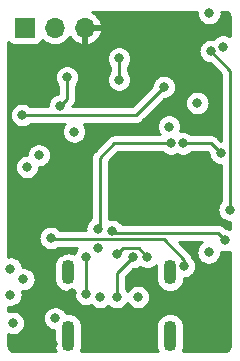
<source format=gbr>
%TF.GenerationSoftware,KiCad,Pcbnew,(5.99.0-8564-gb2cd1fddf9)*%
%TF.CreationDate,2021-01-25T15:54:05+03:00*%
%TF.ProjectId,Eloise_nA_meter_v2,456c6f69-7365-45f6-9e41-5f6d65746572,rev?*%
%TF.SameCoordinates,Original*%
%TF.FileFunction,Copper,L4,Bot*%
%TF.FilePolarity,Positive*%
%FSLAX46Y46*%
G04 Gerber Fmt 4.6, Leading zero omitted, Abs format (unit mm)*
G04 Created by KiCad (PCBNEW (5.99.0-8564-gb2cd1fddf9)) date 2021-01-25 15:54:05*
%MOMM*%
%LPD*%
G01*
G04 APERTURE LIST*
%TA.AperFunction,ComponentPad*%
%ADD10R,1.700000X1.700000*%
%TD*%
%TA.AperFunction,ComponentPad*%
%ADD11O,1.700000X1.700000*%
%TD*%
%TA.AperFunction,ComponentPad*%
%ADD12O,1.100000X2.600000*%
%TD*%
%TA.AperFunction,ComponentPad*%
%ADD13O,1.100000X2.100000*%
%TD*%
%TA.AperFunction,ViaPad*%
%ADD14C,0.800000*%
%TD*%
%TA.AperFunction,Conductor*%
%ADD15C,0.250000*%
%TD*%
%TA.AperFunction,Conductor*%
%ADD16C,0.254000*%
%TD*%
G04 APERTURE END LIST*
D10*
%TO.P,J2,1,Pin_1*%
%TO.N,Net-(J2-Pad1)*%
X139600000Y-86800000D03*
D11*
%TO.P,J2,2,Pin_2*%
%TO.N,Net-(J2-Pad2)*%
X142140000Y-86800000D03*
%TO.P,J2,3,Pin_3*%
%TO.N,GND*%
X144680000Y-86800000D03*
%TD*%
D12*
%TO.P,J3,S1,SHIELD*%
%TO.N,Net-(J3-PadS1)*%
X151920000Y-112870000D03*
D13*
X143280000Y-107510000D03*
D12*
X143280000Y-112870000D03*
D13*
X151920000Y-107510000D03*
%TD*%
D14*
%TO.N,GND*%
X149600000Y-111200000D03*
X143000000Y-89400000D03*
X155600000Y-90600000D03*
X151800000Y-90600000D03*
X156600000Y-113600000D03*
X155775000Y-95225000D03*
X145400000Y-92000000D03*
X154000000Y-99700000D03*
X154000000Y-102700000D03*
X150900000Y-102700000D03*
X142000000Y-113600000D03*
X142400000Y-97600000D03*
X150900000Y-99700000D03*
X150600000Y-109600000D03*
X139850000Y-101550000D03*
X151775000Y-93625000D03*
X143600000Y-109300000D03*
X140300000Y-105700000D03*
X149600000Y-112800000D03*
X152400000Y-101200000D03*
X151400000Y-88400000D03*
X156600000Y-110000000D03*
%TO.N,+3V3*%
X156400000Y-88400000D03*
X155235415Y-85575000D03*
X140800000Y-97600000D03*
X155175000Y-105825000D03*
X139500000Y-108100000D03*
X143800000Y-95600000D03*
X151825000Y-95175000D03*
X154225000Y-93175000D03*
X145800000Y-105450001D03*
X139800000Y-98600000D03*
X138400000Y-107200000D03*
X138400000Y-109400000D03*
%TO.N,VBUS*%
X142200000Y-111400000D03*
X138600000Y-111800000D03*
X146000000Y-109600000D03*
X149200000Y-109600000D03*
%TO.N,/NRST*%
X152000000Y-96600000D03*
X145787347Y-103812653D03*
%TO.N,Net-(C14-Pad1)*%
X142600000Y-93400000D03*
X143200000Y-91000000D03*
%TO.N,/SWCLK*%
X156600000Y-104800000D03*
X147000000Y-104000000D03*
%TO.N,/SWDIO*%
X153069951Y-106999353D03*
X141800000Y-104600000D03*
%TO.N,/SENSOR_VMEAS*%
X139400000Y-94200000D03*
X151400000Y-91800000D03*
%TO.N,/USB_D-*%
X148743851Y-106209998D03*
X147400000Y-109600000D03*
%TO.N,/USB_D+*%
X147400000Y-106000000D03*
X150000000Y-106200000D03*
%TO.N,Net-(J3-PadA5)*%
X144800000Y-106200000D03*
X144800000Y-109350002D03*
%TO.N,Net-(C3-Pad1)*%
X147600000Y-91200000D03*
X147600000Y-89400000D03*
%TO.N,/ADC_ALERT*%
X156200000Y-97400000D03*
X153000000Y-96600000D03*
%TO.N,/SCL*%
X155353248Y-88781850D03*
X156950000Y-102200000D03*
%TD*%
D15*
%TO.N,/NRST*%
X152000000Y-96600000D02*
X147200000Y-96600000D01*
X146000000Y-103600000D02*
X145787347Y-103812653D01*
X146000000Y-97800000D02*
X146000000Y-103600000D01*
X147200000Y-96600000D02*
X146000000Y-97800000D01*
%TO.N,Net-(C14-Pad1)*%
X143200000Y-91000000D02*
X143200000Y-92800000D01*
X143200000Y-92800000D02*
X142600000Y-93400000D01*
%TO.N,/SWCLK*%
X147200000Y-104200000D02*
X147000000Y-104000000D01*
X147400000Y-104200000D02*
X147200000Y-104200000D01*
X156600000Y-104800000D02*
X156000000Y-104200000D01*
X156000000Y-104200000D02*
X147400000Y-104200000D01*
%TO.N,/SWDIO*%
X153069951Y-106433668D02*
X151361284Y-104725001D01*
X141925001Y-104725001D02*
X141800000Y-104600000D01*
X153069951Y-106433668D02*
X153069951Y-106999353D01*
X151361284Y-104725001D02*
X141925001Y-104725001D01*
%TO.N,/SENSOR_VMEAS*%
X149000000Y-94200000D02*
X139400000Y-94200000D01*
X151400000Y-91800000D02*
X149000000Y-94200000D01*
%TO.N,/USB_D-*%
X147400000Y-109600000D02*
X147400000Y-107553849D01*
X147400000Y-107553849D02*
X148743851Y-106209998D01*
%TO.N,/USB_D+*%
X147915003Y-105484997D02*
X149284997Y-105484997D01*
X149284997Y-105484997D02*
X150000000Y-106200000D01*
X147400000Y-106000000D02*
X147915003Y-105484997D01*
%TO.N,Net-(J3-PadA5)*%
X144800000Y-106200000D02*
X144800000Y-109350002D01*
%TO.N,Net-(C3-Pad1)*%
X147600000Y-91200000D02*
X147600000Y-89400000D01*
%TO.N,/ADC_ALERT*%
X155400000Y-96600000D02*
X156200000Y-97400000D01*
X153000000Y-96600000D02*
X155400000Y-96600000D01*
%TO.N,/SCL*%
X157000000Y-102150000D02*
X157000000Y-90800000D01*
X156950000Y-102200000D02*
X157000000Y-102150000D01*
X155353248Y-88781850D02*
X157000000Y-90428602D01*
X157000000Y-90428602D02*
X157000000Y-90800000D01*
%TD*%
%TO.N,GND*%
D16*
X154196605Y-85561829D02*
X154196605Y-85588171D01*
X154216567Y-85778098D01*
X154222044Y-85803863D01*
X154281058Y-85985490D01*
X154291772Y-86009554D01*
X154387259Y-86174942D01*
X154402742Y-86196252D01*
X154530528Y-86338173D01*
X154550103Y-86355799D01*
X154704604Y-86468050D01*
X154727416Y-86481221D01*
X154901879Y-86558897D01*
X154926931Y-86567037D01*
X155113731Y-86606743D01*
X155139928Y-86609496D01*
X155330902Y-86609496D01*
X155357099Y-86606743D01*
X155543899Y-86567037D01*
X155568951Y-86558897D01*
X155743414Y-86481221D01*
X155766226Y-86468050D01*
X155920727Y-86355799D01*
X155940302Y-86338173D01*
X156068088Y-86196252D01*
X156083571Y-86174942D01*
X156179058Y-86009554D01*
X156189772Y-85985490D01*
X156248786Y-85803863D01*
X156254263Y-85778098D01*
X156274225Y-85588171D01*
X156274225Y-85561829D01*
X156260790Y-85434000D01*
X156516472Y-85434000D01*
X156527346Y-85435958D01*
X156546691Y-85437917D01*
X156627844Y-85439839D01*
X156704616Y-85455109D01*
X156769900Y-85482151D01*
X156828642Y-85521401D01*
X156878600Y-85571359D01*
X156917851Y-85630103D01*
X156944889Y-85695379D01*
X156960161Y-85772157D01*
X156962005Y-85850032D01*
X156963700Y-85867857D01*
X156966000Y-85881593D01*
X156966000Y-87532516D01*
X156930811Y-87506950D01*
X156907999Y-87493779D01*
X156733536Y-87416103D01*
X156708484Y-87407963D01*
X156521684Y-87368257D01*
X156495487Y-87365504D01*
X156304513Y-87365504D01*
X156278316Y-87368257D01*
X156091516Y-87407963D01*
X156066464Y-87416103D01*
X155892001Y-87493779D01*
X155869189Y-87506950D01*
X155714688Y-87619201D01*
X155695113Y-87636827D01*
X155574129Y-87771193D01*
X155474932Y-87750108D01*
X155448735Y-87747354D01*
X155257761Y-87747354D01*
X155231564Y-87750107D01*
X155044764Y-87789813D01*
X155019712Y-87797953D01*
X154845249Y-87875629D01*
X154822437Y-87888800D01*
X154667936Y-88001051D01*
X154648361Y-88018677D01*
X154520575Y-88160598D01*
X154505092Y-88181908D01*
X154409605Y-88347296D01*
X154398891Y-88371360D01*
X154339877Y-88552987D01*
X154334400Y-88578752D01*
X154314438Y-88768679D01*
X154314438Y-88795021D01*
X154334400Y-88984948D01*
X154339877Y-89010713D01*
X154398891Y-89192340D01*
X154409605Y-89216404D01*
X154505092Y-89381792D01*
X154520575Y-89403102D01*
X154648361Y-89545023D01*
X154667936Y-89562649D01*
X154822437Y-89674900D01*
X154845249Y-89688071D01*
X155019712Y-89765747D01*
X155044764Y-89773887D01*
X155231564Y-89813593D01*
X155257761Y-89816346D01*
X155313650Y-89816346D01*
X156240500Y-90743196D01*
X156240500Y-96365504D01*
X156239598Y-96365504D01*
X155992486Y-96118392D01*
X155978226Y-96101155D01*
X155929375Y-96055281D01*
X155909061Y-96034967D01*
X155897191Y-96024502D01*
X155893786Y-96021861D01*
X155861554Y-95991593D01*
X155836002Y-95973028D01*
X155818249Y-95963268D01*
X155802250Y-95950858D01*
X155775064Y-95934780D01*
X155734491Y-95917222D01*
X155695750Y-95895924D01*
X155666381Y-95884296D01*
X155646768Y-95879260D01*
X155628179Y-95871216D01*
X155597847Y-95862403D01*
X155554177Y-95855486D01*
X155511359Y-95844493D01*
X155487941Y-95840784D01*
X155487385Y-95840749D01*
X155479469Y-95840500D01*
X155459548Y-95840500D01*
X155439766Y-95837367D01*
X155408198Y-95836375D01*
X155364560Y-95840500D01*
X153708194Y-95840500D01*
X153704887Y-95836827D01*
X153685312Y-95819201D01*
X153530811Y-95706950D01*
X153507999Y-95693779D01*
X153333536Y-95616103D01*
X153308484Y-95607963D01*
X153121684Y-95568257D01*
X153095487Y-95565504D01*
X152904513Y-95565504D01*
X152878316Y-95568257D01*
X152777487Y-95589689D01*
X152779357Y-95585490D01*
X152838371Y-95403863D01*
X152843848Y-95378098D01*
X152863810Y-95188171D01*
X152863810Y-95161829D01*
X152843848Y-94971902D01*
X152838371Y-94946137D01*
X152779357Y-94764510D01*
X152768643Y-94740446D01*
X152673156Y-94575058D01*
X152657673Y-94553748D01*
X152529887Y-94411827D01*
X152510312Y-94394201D01*
X152355811Y-94281950D01*
X152332999Y-94268779D01*
X152158536Y-94191103D01*
X152133484Y-94182963D01*
X151946684Y-94143257D01*
X151920487Y-94140504D01*
X151729513Y-94140504D01*
X151703316Y-94143257D01*
X151516516Y-94182963D01*
X151491464Y-94191103D01*
X151317001Y-94268779D01*
X151294189Y-94281950D01*
X151139688Y-94394201D01*
X151120113Y-94411827D01*
X150992327Y-94553748D01*
X150976844Y-94575058D01*
X150881357Y-94740446D01*
X150870643Y-94764510D01*
X150811629Y-94946137D01*
X150806152Y-94971902D01*
X150786190Y-95161829D01*
X150786190Y-95188171D01*
X150806152Y-95378098D01*
X150811629Y-95403863D01*
X150870643Y-95585490D01*
X150881357Y-95609554D01*
X150976844Y-95774942D01*
X150992327Y-95796252D01*
X151032168Y-95840500D01*
X147278383Y-95840500D01*
X147256130Y-95838396D01*
X147189176Y-95840500D01*
X147160422Y-95840500D01*
X147144627Y-95841494D01*
X147140349Y-95842035D01*
X147096160Y-95843423D01*
X147064963Y-95848364D01*
X147045513Y-95854015D01*
X147025421Y-95856553D01*
X146994829Y-95864408D01*
X146953725Y-95880682D01*
X146911268Y-95893017D01*
X146882283Y-95905560D01*
X146864851Y-95915869D01*
X146846015Y-95923327D01*
X146818339Y-95938542D01*
X146782566Y-95964532D01*
X146744519Y-95987034D01*
X146725399Y-96000915D01*
X146724981Y-96001283D01*
X146719146Y-96006760D01*
X146705063Y-96020843D01*
X146688855Y-96032619D01*
X146665832Y-96054239D01*
X146637886Y-96088020D01*
X145518392Y-97207514D01*
X145501155Y-97221774D01*
X145455281Y-97270625D01*
X145434967Y-97290939D01*
X145424502Y-97302809D01*
X145421861Y-97306214D01*
X145391593Y-97338446D01*
X145373028Y-97363998D01*
X145363268Y-97381751D01*
X145350858Y-97397750D01*
X145334780Y-97424936D01*
X145317222Y-97465509D01*
X145295924Y-97504250D01*
X145284296Y-97533619D01*
X145279260Y-97553232D01*
X145271216Y-97571821D01*
X145262403Y-97602153D01*
X145255486Y-97645823D01*
X145244493Y-97688641D01*
X145240784Y-97712059D01*
X145240749Y-97712615D01*
X145240500Y-97720531D01*
X145240500Y-97740452D01*
X145237367Y-97760234D01*
X145236375Y-97791802D01*
X145240500Y-97835440D01*
X145240500Y-102931254D01*
X145102035Y-103031854D01*
X145082460Y-103049480D01*
X144954674Y-103191401D01*
X144939191Y-103212711D01*
X144843704Y-103378099D01*
X144832990Y-103402163D01*
X144773976Y-103583790D01*
X144768499Y-103609555D01*
X144748537Y-103799482D01*
X144748537Y-103825824D01*
X144763218Y-103965501D01*
X142620745Y-103965501D01*
X142504887Y-103836827D01*
X142485312Y-103819201D01*
X142330811Y-103706950D01*
X142307999Y-103693779D01*
X142133536Y-103616103D01*
X142108484Y-103607963D01*
X141921684Y-103568257D01*
X141895487Y-103565504D01*
X141704513Y-103565504D01*
X141678316Y-103568257D01*
X141491516Y-103607963D01*
X141466464Y-103616103D01*
X141292001Y-103693779D01*
X141269189Y-103706950D01*
X141114688Y-103819201D01*
X141095113Y-103836827D01*
X140967327Y-103978748D01*
X140951844Y-104000058D01*
X140856357Y-104165446D01*
X140845643Y-104189510D01*
X140786629Y-104371137D01*
X140781152Y-104396902D01*
X140761190Y-104586829D01*
X140761190Y-104613171D01*
X140781152Y-104803098D01*
X140786629Y-104828863D01*
X140845643Y-105010490D01*
X140856357Y-105034554D01*
X140951844Y-105199942D01*
X140967327Y-105221252D01*
X141095113Y-105363173D01*
X141114688Y-105380799D01*
X141269189Y-105493050D01*
X141292001Y-105506221D01*
X141466464Y-105583897D01*
X141491516Y-105592037D01*
X141678316Y-105631743D01*
X141704513Y-105634496D01*
X141895487Y-105634496D01*
X141921684Y-105631743D01*
X142108484Y-105592037D01*
X142133536Y-105583897D01*
X142307999Y-105506221D01*
X142330811Y-105493050D01*
X142342578Y-105484501D01*
X144052187Y-105484501D01*
X143967327Y-105578748D01*
X143951844Y-105600058D01*
X143856357Y-105765446D01*
X143845643Y-105789510D01*
X143795937Y-105942491D01*
X143752052Y-105918763D01*
X143729382Y-105909234D01*
X143531105Y-105847857D01*
X143507017Y-105842912D01*
X143300596Y-105821216D01*
X143276005Y-105821045D01*
X143069300Y-105839857D01*
X143045145Y-105844464D01*
X142846031Y-105903066D01*
X142823231Y-105912278D01*
X142639292Y-106008439D01*
X142618715Y-106021904D01*
X142456956Y-106151961D01*
X142439386Y-106169167D01*
X142305970Y-106328167D01*
X142292077Y-106348457D01*
X142192085Y-106530342D01*
X142182398Y-106552944D01*
X142119638Y-106750787D01*
X142114525Y-106774841D01*
X142096285Y-106937457D01*
X142095500Y-106951502D01*
X142095500Y-108060994D01*
X142096101Y-108073289D01*
X142111355Y-108228863D01*
X142116132Y-108252986D01*
X142176123Y-108451686D01*
X142185494Y-108474421D01*
X142282937Y-108657685D01*
X142296545Y-108678168D01*
X142427729Y-108839014D01*
X142445056Y-108856462D01*
X142604982Y-108988765D01*
X142625369Y-109002517D01*
X142807948Y-109101237D01*
X142830618Y-109110766D01*
X143028895Y-109172143D01*
X143052983Y-109177088D01*
X143259404Y-109198784D01*
X143283995Y-109198955D01*
X143490700Y-109180143D01*
X143514855Y-109175536D01*
X143713969Y-109116934D01*
X143736769Y-109107722D01*
X143802083Y-109073577D01*
X143786629Y-109121139D01*
X143781152Y-109146904D01*
X143761190Y-109336831D01*
X143761190Y-109363173D01*
X143781152Y-109553100D01*
X143786629Y-109578865D01*
X143845643Y-109760492D01*
X143856357Y-109784556D01*
X143951844Y-109949944D01*
X143967327Y-109971254D01*
X144095113Y-110113175D01*
X144114688Y-110130801D01*
X144269189Y-110243052D01*
X144292001Y-110256223D01*
X144466464Y-110333899D01*
X144491516Y-110342039D01*
X144678316Y-110381745D01*
X144704513Y-110384498D01*
X144895487Y-110384498D01*
X144921684Y-110381745D01*
X145108484Y-110342039D01*
X145133536Y-110333899D01*
X145230060Y-110290924D01*
X145295113Y-110363173D01*
X145314688Y-110380799D01*
X145469189Y-110493050D01*
X145492001Y-110506221D01*
X145666464Y-110583897D01*
X145691516Y-110592037D01*
X145878316Y-110631743D01*
X145904513Y-110634496D01*
X146095487Y-110634496D01*
X146121684Y-110631743D01*
X146308484Y-110592037D01*
X146333536Y-110583897D01*
X146507999Y-110506221D01*
X146530811Y-110493050D01*
X146685312Y-110380799D01*
X146700000Y-110367573D01*
X146714688Y-110380799D01*
X146869189Y-110493050D01*
X146892001Y-110506221D01*
X147066464Y-110583897D01*
X147091516Y-110592037D01*
X147278316Y-110631743D01*
X147304513Y-110634496D01*
X147495487Y-110634496D01*
X147521684Y-110631743D01*
X147708484Y-110592037D01*
X147733536Y-110583897D01*
X147907999Y-110506221D01*
X147930811Y-110493050D01*
X148085312Y-110380799D01*
X148104887Y-110363173D01*
X148232673Y-110221252D01*
X148248156Y-110199942D01*
X148300000Y-110110146D01*
X148351844Y-110199942D01*
X148367327Y-110221252D01*
X148495113Y-110363173D01*
X148514688Y-110380799D01*
X148669189Y-110493050D01*
X148692001Y-110506221D01*
X148866464Y-110583897D01*
X148891516Y-110592037D01*
X149078316Y-110631743D01*
X149104513Y-110634496D01*
X149295487Y-110634496D01*
X149321684Y-110631743D01*
X149508484Y-110592037D01*
X149533536Y-110583897D01*
X149707999Y-110506221D01*
X149730811Y-110493050D01*
X149885312Y-110380799D01*
X149904887Y-110363173D01*
X150032673Y-110221252D01*
X150048156Y-110199942D01*
X150143643Y-110034554D01*
X150154357Y-110010490D01*
X150213371Y-109828863D01*
X150218848Y-109803098D01*
X150238810Y-109613171D01*
X150238810Y-109586829D01*
X150218848Y-109396902D01*
X150213371Y-109371137D01*
X150154357Y-109189510D01*
X150143643Y-109165446D01*
X150048156Y-109000058D01*
X150032673Y-108978748D01*
X149904887Y-108836827D01*
X149885312Y-108819201D01*
X149730811Y-108706950D01*
X149707999Y-108693779D01*
X149533536Y-108616103D01*
X149508484Y-108607963D01*
X149321684Y-108568257D01*
X149295487Y-108565504D01*
X149104513Y-108565504D01*
X149078316Y-108568257D01*
X148891516Y-108607963D01*
X148866464Y-108616103D01*
X148692001Y-108693779D01*
X148669189Y-108706950D01*
X148514688Y-108819201D01*
X148495113Y-108836827D01*
X148367327Y-108978748D01*
X148351844Y-109000058D01*
X148300000Y-109089854D01*
X148248156Y-109000058D01*
X148232673Y-108978748D01*
X148159500Y-108897481D01*
X148159500Y-107868443D01*
X148783449Y-107244494D01*
X148839338Y-107244494D01*
X148865535Y-107241741D01*
X149052335Y-107202035D01*
X149077387Y-107193895D01*
X149251850Y-107116219D01*
X149274662Y-107103048D01*
X149378806Y-107027383D01*
X149469189Y-107093050D01*
X149492001Y-107106221D01*
X149666464Y-107183897D01*
X149691516Y-107192037D01*
X149878316Y-107231743D01*
X149904513Y-107234496D01*
X150095487Y-107234496D01*
X150121684Y-107231743D01*
X150308484Y-107192037D01*
X150333536Y-107183897D01*
X150507999Y-107106221D01*
X150530811Y-107093050D01*
X150685312Y-106980799D01*
X150704887Y-106963173D01*
X150737458Y-106926999D01*
X150736285Y-106937457D01*
X150735500Y-106951502D01*
X150735500Y-108060994D01*
X150736101Y-108073289D01*
X150751355Y-108228863D01*
X150756132Y-108252986D01*
X150816123Y-108451686D01*
X150825494Y-108474421D01*
X150922937Y-108657685D01*
X150936545Y-108678168D01*
X151067729Y-108839014D01*
X151085056Y-108856462D01*
X151244982Y-108988765D01*
X151265369Y-109002517D01*
X151447948Y-109101237D01*
X151470618Y-109110766D01*
X151668895Y-109172143D01*
X151692983Y-109177088D01*
X151899404Y-109198784D01*
X151923995Y-109198955D01*
X152130700Y-109180143D01*
X152154855Y-109175536D01*
X152353969Y-109116934D01*
X152376769Y-109107722D01*
X152560708Y-109011561D01*
X152581285Y-108998096D01*
X152743044Y-108868039D01*
X152760614Y-108850833D01*
X152894030Y-108691833D01*
X152907923Y-108671543D01*
X153007915Y-108489658D01*
X153017602Y-108467056D01*
X153080362Y-108269213D01*
X153085475Y-108245159D01*
X153103715Y-108082543D01*
X153104500Y-108068498D01*
X153104500Y-108033849D01*
X153165438Y-108033849D01*
X153191635Y-108031096D01*
X153378435Y-107991390D01*
X153403487Y-107983250D01*
X153577950Y-107905574D01*
X153600762Y-107892403D01*
X153755263Y-107780152D01*
X153774838Y-107762526D01*
X153902624Y-107620605D01*
X153918107Y-107599295D01*
X154013594Y-107433907D01*
X154024308Y-107409843D01*
X154083322Y-107228216D01*
X154088799Y-107202451D01*
X154108761Y-107012524D01*
X154108761Y-106986182D01*
X154088799Y-106796255D01*
X154083322Y-106770490D01*
X154024308Y-106588863D01*
X154013594Y-106564799D01*
X153918107Y-106399411D01*
X153902624Y-106378101D01*
X153817070Y-106283083D01*
X153815936Y-106279181D01*
X153813398Y-106259089D01*
X153805543Y-106228496D01*
X153789266Y-106187384D01*
X153776934Y-106144938D01*
X153764391Y-106115952D01*
X153754083Y-106098521D01*
X153746625Y-106079685D01*
X153731408Y-106052006D01*
X153705421Y-106016239D01*
X153682919Y-105978189D01*
X153668925Y-105958940D01*
X153668556Y-105958522D01*
X153663191Y-105952814D01*
X153649108Y-105938731D01*
X153637332Y-105922523D01*
X153615712Y-105899500D01*
X153581931Y-105871554D01*
X152669877Y-104959500D01*
X154606269Y-104959500D01*
X154489688Y-105044201D01*
X154470113Y-105061827D01*
X154342327Y-105203748D01*
X154326844Y-105225058D01*
X154231357Y-105390446D01*
X154220643Y-105414510D01*
X154161629Y-105596137D01*
X154156152Y-105621902D01*
X154136190Y-105811829D01*
X154136190Y-105838171D01*
X154156152Y-106028098D01*
X154161629Y-106053863D01*
X154220643Y-106235490D01*
X154231357Y-106259554D01*
X154326844Y-106424942D01*
X154342327Y-106446252D01*
X154470113Y-106588173D01*
X154489688Y-106605799D01*
X154644189Y-106718050D01*
X154667001Y-106731221D01*
X154841464Y-106808897D01*
X154866516Y-106817037D01*
X155053316Y-106856743D01*
X155079513Y-106859496D01*
X155270487Y-106859496D01*
X155296684Y-106856743D01*
X155483484Y-106817037D01*
X155508536Y-106808897D01*
X155682999Y-106731221D01*
X155705811Y-106718050D01*
X155860312Y-106605799D01*
X155879887Y-106588173D01*
X156007673Y-106446252D01*
X156023156Y-106424942D01*
X156118643Y-106259554D01*
X156129357Y-106235490D01*
X156188371Y-106053863D01*
X156193848Y-106028098D01*
X156213810Y-105838171D01*
X156213810Y-105811829D01*
X156208145Y-105757932D01*
X156266464Y-105783897D01*
X156291516Y-105792037D01*
X156478316Y-105831743D01*
X156504513Y-105834496D01*
X156695487Y-105834496D01*
X156721684Y-105831743D01*
X156908484Y-105792037D01*
X156933536Y-105783897D01*
X156966000Y-105769443D01*
X156966000Y-113716472D01*
X156964042Y-113727346D01*
X156962083Y-113746691D01*
X156960161Y-113827845D01*
X156944890Y-113904617D01*
X156917850Y-113969898D01*
X156878599Y-114028642D01*
X156828642Y-114078599D01*
X156769899Y-114117850D01*
X156704618Y-114144891D01*
X156627846Y-114160161D01*
X156549969Y-114162005D01*
X156532144Y-114163700D01*
X156518408Y-114166000D01*
X152971443Y-114166000D01*
X153007915Y-114099658D01*
X153017602Y-114077056D01*
X153080362Y-113879213D01*
X153085475Y-113855159D01*
X153103715Y-113692543D01*
X153104500Y-113678498D01*
X153104500Y-112069006D01*
X153103899Y-112056711D01*
X153088645Y-111901137D01*
X153083868Y-111877014D01*
X153023877Y-111678314D01*
X153014506Y-111655579D01*
X152917063Y-111472315D01*
X152903455Y-111451832D01*
X152772271Y-111290986D01*
X152754944Y-111273538D01*
X152595018Y-111141235D01*
X152574631Y-111127483D01*
X152392052Y-111028763D01*
X152369382Y-111019234D01*
X152171105Y-110957857D01*
X152147017Y-110952912D01*
X151940596Y-110931216D01*
X151916005Y-110931045D01*
X151709300Y-110949857D01*
X151685145Y-110954464D01*
X151486031Y-111013066D01*
X151463231Y-111022278D01*
X151279292Y-111118439D01*
X151258715Y-111131904D01*
X151096956Y-111261961D01*
X151079386Y-111279167D01*
X150945970Y-111438167D01*
X150932077Y-111458457D01*
X150832085Y-111640342D01*
X150822398Y-111662944D01*
X150759638Y-111860787D01*
X150754525Y-111884841D01*
X150736285Y-112047457D01*
X150735500Y-112061502D01*
X150735500Y-113670994D01*
X150736101Y-113683289D01*
X150751355Y-113838863D01*
X150756132Y-113862986D01*
X150816123Y-114061686D01*
X150825494Y-114084421D01*
X150868870Y-114166000D01*
X144331443Y-114166000D01*
X144367915Y-114099658D01*
X144377602Y-114077056D01*
X144440362Y-113879213D01*
X144445475Y-113855159D01*
X144463715Y-113692543D01*
X144464500Y-113678498D01*
X144464500Y-112069006D01*
X144463899Y-112056711D01*
X144448645Y-111901137D01*
X144443868Y-111877014D01*
X144383877Y-111678314D01*
X144374506Y-111655579D01*
X144277063Y-111472315D01*
X144263455Y-111451832D01*
X144132271Y-111290986D01*
X144114944Y-111273538D01*
X143955018Y-111141235D01*
X143934631Y-111127483D01*
X143752052Y-111028763D01*
X143729382Y-111019234D01*
X143531105Y-110957857D01*
X143507017Y-110952912D01*
X143300596Y-110931216D01*
X143276005Y-110931045D01*
X143131381Y-110944207D01*
X143048156Y-110800058D01*
X143032673Y-110778748D01*
X142904887Y-110636827D01*
X142885312Y-110619201D01*
X142730811Y-110506950D01*
X142707999Y-110493779D01*
X142533536Y-110416103D01*
X142508484Y-110407963D01*
X142321684Y-110368257D01*
X142295487Y-110365504D01*
X142104513Y-110365504D01*
X142078316Y-110368257D01*
X141891516Y-110407963D01*
X141866464Y-110416103D01*
X141692001Y-110493779D01*
X141669189Y-110506950D01*
X141514688Y-110619201D01*
X141495113Y-110636827D01*
X141367327Y-110778748D01*
X141351844Y-110800058D01*
X141256357Y-110965446D01*
X141245643Y-110989510D01*
X141186629Y-111171137D01*
X141181152Y-111196902D01*
X141161190Y-111386829D01*
X141161190Y-111413171D01*
X141181152Y-111603098D01*
X141186629Y-111628863D01*
X141245643Y-111810490D01*
X141256357Y-111834554D01*
X141351844Y-111999942D01*
X141367327Y-112021252D01*
X141495113Y-112163173D01*
X141514688Y-112180799D01*
X141669189Y-112293050D01*
X141692001Y-112306221D01*
X141866464Y-112383897D01*
X141891516Y-112392037D01*
X142078316Y-112431743D01*
X142095500Y-112433549D01*
X142095500Y-113670994D01*
X142096101Y-113683289D01*
X142111355Y-113838863D01*
X142116132Y-113862986D01*
X142176123Y-114061686D01*
X142185494Y-114084421D01*
X142228870Y-114166000D01*
X138683528Y-114166000D01*
X138672654Y-114164042D01*
X138653309Y-114162083D01*
X138572155Y-114160161D01*
X138495383Y-114144890D01*
X138430102Y-114117850D01*
X138371358Y-114078599D01*
X138321401Y-114028642D01*
X138282150Y-113969899D01*
X138255109Y-113904618D01*
X138239839Y-113827846D01*
X138237995Y-113749969D01*
X138236300Y-113732144D01*
X138234000Y-113718408D01*
X138234000Y-112769443D01*
X138266464Y-112783897D01*
X138291516Y-112792037D01*
X138478316Y-112831743D01*
X138504513Y-112834496D01*
X138695487Y-112834496D01*
X138721684Y-112831743D01*
X138908484Y-112792037D01*
X138933536Y-112783897D01*
X139107999Y-112706221D01*
X139130811Y-112693050D01*
X139285312Y-112580799D01*
X139304887Y-112563173D01*
X139432673Y-112421252D01*
X139448156Y-112399942D01*
X139543643Y-112234554D01*
X139554357Y-112210490D01*
X139613371Y-112028863D01*
X139618848Y-112003098D01*
X139638810Y-111813171D01*
X139638810Y-111786829D01*
X139618848Y-111596902D01*
X139613371Y-111571137D01*
X139554357Y-111389510D01*
X139543643Y-111365446D01*
X139448156Y-111200058D01*
X139432673Y-111178748D01*
X139304887Y-111036827D01*
X139285312Y-111019201D01*
X139130811Y-110906950D01*
X139107999Y-110893779D01*
X138933536Y-110816103D01*
X138908484Y-110807963D01*
X138721684Y-110768257D01*
X138695487Y-110765504D01*
X138504513Y-110765504D01*
X138478316Y-110768257D01*
X138291516Y-110807963D01*
X138266464Y-110816103D01*
X138234000Y-110830557D01*
X138234000Y-110422323D01*
X138278316Y-110431743D01*
X138304513Y-110434496D01*
X138495487Y-110434496D01*
X138521684Y-110431743D01*
X138708484Y-110392037D01*
X138733536Y-110383897D01*
X138907999Y-110306221D01*
X138930811Y-110293050D01*
X139085312Y-110180799D01*
X139104887Y-110163173D01*
X139232673Y-110021252D01*
X139248156Y-109999942D01*
X139343643Y-109834554D01*
X139354357Y-109810490D01*
X139413371Y-109628863D01*
X139418848Y-109603098D01*
X139438810Y-109413171D01*
X139438810Y-109386829D01*
X139418848Y-109196902D01*
X139413371Y-109171137D01*
X139401358Y-109134164D01*
X139404513Y-109134496D01*
X139595487Y-109134496D01*
X139621684Y-109131743D01*
X139808484Y-109092037D01*
X139833536Y-109083897D01*
X140007999Y-109006221D01*
X140030811Y-108993050D01*
X140185312Y-108880799D01*
X140204887Y-108863173D01*
X140332673Y-108721252D01*
X140348156Y-108699942D01*
X140443643Y-108534554D01*
X140454357Y-108510490D01*
X140513371Y-108328863D01*
X140518848Y-108303098D01*
X140538810Y-108113171D01*
X140538810Y-108086829D01*
X140518848Y-107896902D01*
X140513371Y-107871137D01*
X140454357Y-107689510D01*
X140443643Y-107665446D01*
X140348156Y-107500058D01*
X140332673Y-107478748D01*
X140204887Y-107336827D01*
X140185312Y-107319201D01*
X140030811Y-107206950D01*
X140007999Y-107193779D01*
X139833536Y-107116103D01*
X139808484Y-107107963D01*
X139621684Y-107068257D01*
X139595487Y-107065504D01*
X139426058Y-107065504D01*
X139418848Y-106996902D01*
X139413371Y-106971137D01*
X139354357Y-106789510D01*
X139343643Y-106765446D01*
X139248156Y-106600058D01*
X139232673Y-106578748D01*
X139104887Y-106436827D01*
X139085312Y-106419201D01*
X138930811Y-106306950D01*
X138907999Y-106293779D01*
X138733536Y-106216103D01*
X138708484Y-106207963D01*
X138521684Y-106168257D01*
X138495487Y-106165504D01*
X138304513Y-106165504D01*
X138278316Y-106168257D01*
X138234000Y-106177677D01*
X138234000Y-98586829D01*
X138761190Y-98586829D01*
X138761190Y-98613171D01*
X138781152Y-98803098D01*
X138786629Y-98828863D01*
X138845643Y-99010490D01*
X138856357Y-99034554D01*
X138951844Y-99199942D01*
X138967327Y-99221252D01*
X139095113Y-99363173D01*
X139114688Y-99380799D01*
X139269189Y-99493050D01*
X139292001Y-99506221D01*
X139466464Y-99583897D01*
X139491516Y-99592037D01*
X139678316Y-99631743D01*
X139704513Y-99634496D01*
X139895487Y-99634496D01*
X139921684Y-99631743D01*
X140108484Y-99592037D01*
X140133536Y-99583897D01*
X140307999Y-99506221D01*
X140330811Y-99493050D01*
X140485312Y-99380799D01*
X140504887Y-99363173D01*
X140632673Y-99221252D01*
X140648156Y-99199942D01*
X140743643Y-99034554D01*
X140754357Y-99010490D01*
X140813371Y-98828863D01*
X140818848Y-98803098D01*
X140836569Y-98634496D01*
X140895487Y-98634496D01*
X140921684Y-98631743D01*
X141108484Y-98592037D01*
X141133536Y-98583897D01*
X141307999Y-98506221D01*
X141330811Y-98493050D01*
X141485312Y-98380799D01*
X141504887Y-98363173D01*
X141632673Y-98221252D01*
X141648156Y-98199942D01*
X141743643Y-98034554D01*
X141754357Y-98010490D01*
X141813371Y-97828863D01*
X141818848Y-97803098D01*
X141838810Y-97613171D01*
X141838810Y-97586829D01*
X141818848Y-97396902D01*
X141813371Y-97371137D01*
X141754357Y-97189510D01*
X141743643Y-97165446D01*
X141648156Y-97000058D01*
X141632673Y-96978748D01*
X141504887Y-96836827D01*
X141485312Y-96819201D01*
X141330811Y-96706950D01*
X141307999Y-96693779D01*
X141133536Y-96616103D01*
X141108484Y-96607963D01*
X140921684Y-96568257D01*
X140895487Y-96565504D01*
X140704513Y-96565504D01*
X140678316Y-96568257D01*
X140491516Y-96607963D01*
X140466464Y-96616103D01*
X140292001Y-96693779D01*
X140269189Y-96706950D01*
X140114688Y-96819201D01*
X140095113Y-96836827D01*
X139967327Y-96978748D01*
X139951844Y-97000058D01*
X139856357Y-97165446D01*
X139845643Y-97189510D01*
X139786629Y-97371137D01*
X139781152Y-97396902D01*
X139763431Y-97565504D01*
X139704513Y-97565504D01*
X139678316Y-97568257D01*
X139491516Y-97607963D01*
X139466464Y-97616103D01*
X139292001Y-97693779D01*
X139269189Y-97706950D01*
X139114688Y-97819201D01*
X139095113Y-97836827D01*
X138967327Y-97978748D01*
X138951844Y-98000058D01*
X138856357Y-98165446D01*
X138845643Y-98189510D01*
X138786629Y-98371137D01*
X138781152Y-98396902D01*
X138761190Y-98586829D01*
X138234000Y-98586829D01*
X138234000Y-94186829D01*
X138361190Y-94186829D01*
X138361190Y-94213171D01*
X138381152Y-94403098D01*
X138386629Y-94428863D01*
X138445643Y-94610490D01*
X138456357Y-94634554D01*
X138551844Y-94799942D01*
X138567327Y-94821252D01*
X138695113Y-94963173D01*
X138714688Y-94980799D01*
X138869189Y-95093050D01*
X138892001Y-95106221D01*
X139066464Y-95183897D01*
X139091516Y-95192037D01*
X139278316Y-95231743D01*
X139304513Y-95234496D01*
X139495487Y-95234496D01*
X139521684Y-95231743D01*
X139708484Y-95192037D01*
X139733536Y-95183897D01*
X139907999Y-95106221D01*
X139930811Y-95093050D01*
X140085312Y-94980799D01*
X140104887Y-94963173D01*
X140108194Y-94959500D01*
X142984658Y-94959500D01*
X142967327Y-94978748D01*
X142951844Y-95000058D01*
X142856357Y-95165446D01*
X142845643Y-95189510D01*
X142786629Y-95371137D01*
X142781152Y-95396902D01*
X142761190Y-95586829D01*
X142761190Y-95613171D01*
X142781152Y-95803098D01*
X142786629Y-95828863D01*
X142845643Y-96010490D01*
X142856357Y-96034554D01*
X142951844Y-96199942D01*
X142967327Y-96221252D01*
X143095113Y-96363173D01*
X143114688Y-96380799D01*
X143269189Y-96493050D01*
X143292001Y-96506221D01*
X143466464Y-96583897D01*
X143491516Y-96592037D01*
X143678316Y-96631743D01*
X143704513Y-96634496D01*
X143895487Y-96634496D01*
X143921684Y-96631743D01*
X144108484Y-96592037D01*
X144133536Y-96583897D01*
X144307999Y-96506221D01*
X144330811Y-96493050D01*
X144485312Y-96380799D01*
X144504887Y-96363173D01*
X144632673Y-96221252D01*
X144648156Y-96199942D01*
X144743643Y-96034554D01*
X144754357Y-96010490D01*
X144813371Y-95828863D01*
X144818848Y-95803098D01*
X144838810Y-95613171D01*
X144838810Y-95586829D01*
X144818848Y-95396902D01*
X144813371Y-95371137D01*
X144754357Y-95189510D01*
X144743643Y-95165446D01*
X144648156Y-95000058D01*
X144632673Y-94978748D01*
X144615342Y-94959500D01*
X148921616Y-94959500D01*
X148943868Y-94961604D01*
X149010823Y-94959500D01*
X149039578Y-94959500D01*
X149055373Y-94958506D01*
X149059651Y-94957965D01*
X149103840Y-94956577D01*
X149135037Y-94951636D01*
X149154487Y-94945985D01*
X149174579Y-94943447D01*
X149205172Y-94935592D01*
X149246284Y-94919315D01*
X149288730Y-94906983D01*
X149317716Y-94894440D01*
X149335147Y-94884132D01*
X149353983Y-94876674D01*
X149381662Y-94861457D01*
X149417429Y-94835470D01*
X149455479Y-94812968D01*
X149474728Y-94798974D01*
X149475146Y-94798605D01*
X149480854Y-94793240D01*
X149494937Y-94779157D01*
X149511145Y-94767381D01*
X149534168Y-94745761D01*
X149562114Y-94711980D01*
X151112265Y-93161829D01*
X153186190Y-93161829D01*
X153186190Y-93188171D01*
X153206152Y-93378098D01*
X153211629Y-93403863D01*
X153270643Y-93585490D01*
X153281357Y-93609554D01*
X153376844Y-93774942D01*
X153392327Y-93796252D01*
X153520113Y-93938173D01*
X153539688Y-93955799D01*
X153694189Y-94068050D01*
X153717001Y-94081221D01*
X153891464Y-94158897D01*
X153916516Y-94167037D01*
X154103316Y-94206743D01*
X154129513Y-94209496D01*
X154320487Y-94209496D01*
X154346684Y-94206743D01*
X154533484Y-94167037D01*
X154558536Y-94158897D01*
X154732999Y-94081221D01*
X154755811Y-94068050D01*
X154910312Y-93955799D01*
X154929887Y-93938173D01*
X155057673Y-93796252D01*
X155073156Y-93774942D01*
X155168643Y-93609554D01*
X155179357Y-93585490D01*
X155238371Y-93403863D01*
X155243848Y-93378098D01*
X155263810Y-93188171D01*
X155263810Y-93161829D01*
X155243848Y-92971902D01*
X155238371Y-92946137D01*
X155179357Y-92764510D01*
X155168643Y-92740446D01*
X155073156Y-92575058D01*
X155057673Y-92553748D01*
X154929887Y-92411827D01*
X154910312Y-92394201D01*
X154755811Y-92281950D01*
X154732999Y-92268779D01*
X154558536Y-92191103D01*
X154533484Y-92182963D01*
X154346684Y-92143257D01*
X154320487Y-92140504D01*
X154129513Y-92140504D01*
X154103316Y-92143257D01*
X153916516Y-92182963D01*
X153891464Y-92191103D01*
X153717001Y-92268779D01*
X153694189Y-92281950D01*
X153539688Y-92394201D01*
X153520113Y-92411827D01*
X153392327Y-92553748D01*
X153376844Y-92575058D01*
X153281357Y-92740446D01*
X153270643Y-92764510D01*
X153211629Y-92946137D01*
X153206152Y-92971902D01*
X153186190Y-93161829D01*
X151112265Y-93161829D01*
X151439598Y-92834496D01*
X151495487Y-92834496D01*
X151521684Y-92831743D01*
X151708484Y-92792037D01*
X151733536Y-92783897D01*
X151907999Y-92706221D01*
X151930811Y-92693050D01*
X152085312Y-92580799D01*
X152104887Y-92563173D01*
X152232673Y-92421252D01*
X152248156Y-92399942D01*
X152343643Y-92234554D01*
X152354357Y-92210490D01*
X152413371Y-92028863D01*
X152418848Y-92003098D01*
X152438810Y-91813171D01*
X152438810Y-91786829D01*
X152418848Y-91596902D01*
X152413371Y-91571137D01*
X152354357Y-91389510D01*
X152343643Y-91365446D01*
X152248156Y-91200058D01*
X152232673Y-91178748D01*
X152104887Y-91036827D01*
X152085312Y-91019201D01*
X151930811Y-90906950D01*
X151907999Y-90893779D01*
X151733536Y-90816103D01*
X151708484Y-90807963D01*
X151521684Y-90768257D01*
X151495487Y-90765504D01*
X151304513Y-90765504D01*
X151278316Y-90768257D01*
X151091516Y-90807963D01*
X151066464Y-90816103D01*
X150892001Y-90893779D01*
X150869189Y-90906950D01*
X150714688Y-91019201D01*
X150695113Y-91036827D01*
X150567327Y-91178748D01*
X150551844Y-91200058D01*
X150456357Y-91365446D01*
X150445643Y-91389510D01*
X150386629Y-91571137D01*
X150381152Y-91596902D01*
X150363787Y-91762118D01*
X148685406Y-93440500D01*
X143635938Y-93440500D01*
X143636213Y-93437881D01*
X143681608Y-93392486D01*
X143698845Y-93378226D01*
X143744719Y-93329375D01*
X143765033Y-93309061D01*
X143775498Y-93297191D01*
X143778139Y-93293786D01*
X143808407Y-93261554D01*
X143826972Y-93236002D01*
X143836732Y-93218249D01*
X143849142Y-93202250D01*
X143865220Y-93175064D01*
X143882778Y-93134491D01*
X143904076Y-93095750D01*
X143915704Y-93066381D01*
X143920740Y-93046768D01*
X143928784Y-93028179D01*
X143937597Y-92997847D01*
X143944514Y-92954177D01*
X143955507Y-92911359D01*
X143959216Y-92887941D01*
X143959251Y-92887385D01*
X143959500Y-92879469D01*
X143959500Y-92859548D01*
X143962633Y-92839766D01*
X143963625Y-92808198D01*
X143959500Y-92764560D01*
X143959500Y-91702519D01*
X144032673Y-91621252D01*
X144048156Y-91599942D01*
X144143643Y-91434554D01*
X144154357Y-91410490D01*
X144213371Y-91228863D01*
X144218848Y-91203098D01*
X144238810Y-91013171D01*
X144238810Y-90986829D01*
X144218848Y-90796902D01*
X144213371Y-90771137D01*
X144154357Y-90589510D01*
X144143643Y-90565446D01*
X144048156Y-90400058D01*
X144032673Y-90378748D01*
X143904887Y-90236827D01*
X143885312Y-90219201D01*
X143730811Y-90106950D01*
X143707999Y-90093779D01*
X143533536Y-90016103D01*
X143508484Y-90007963D01*
X143321684Y-89968257D01*
X143295487Y-89965504D01*
X143104513Y-89965504D01*
X143078316Y-89968257D01*
X142891516Y-90007963D01*
X142866464Y-90016103D01*
X142692001Y-90093779D01*
X142669189Y-90106950D01*
X142514688Y-90219201D01*
X142495113Y-90236827D01*
X142367327Y-90378748D01*
X142351844Y-90400058D01*
X142256357Y-90565446D01*
X142245643Y-90589510D01*
X142186629Y-90771137D01*
X142181152Y-90796902D01*
X142161190Y-90986829D01*
X142161190Y-91013171D01*
X142181152Y-91203098D01*
X142186629Y-91228863D01*
X142245643Y-91410490D01*
X142256357Y-91434554D01*
X142351844Y-91599942D01*
X142367327Y-91621252D01*
X142440500Y-91702519D01*
X142440500Y-92376295D01*
X142291516Y-92407963D01*
X142266464Y-92416103D01*
X142092001Y-92493779D01*
X142069189Y-92506950D01*
X141914688Y-92619201D01*
X141895113Y-92636827D01*
X141767327Y-92778748D01*
X141751844Y-92800058D01*
X141656357Y-92965446D01*
X141645643Y-92989510D01*
X141586629Y-93171137D01*
X141581152Y-93196902D01*
X141561190Y-93386829D01*
X141561190Y-93413171D01*
X141564062Y-93440500D01*
X140108194Y-93440500D01*
X140104887Y-93436827D01*
X140085312Y-93419201D01*
X139930811Y-93306950D01*
X139907999Y-93293779D01*
X139733536Y-93216103D01*
X139708484Y-93207963D01*
X139521684Y-93168257D01*
X139495487Y-93165504D01*
X139304513Y-93165504D01*
X139278316Y-93168257D01*
X139091516Y-93207963D01*
X139066464Y-93216103D01*
X138892001Y-93293779D01*
X138869189Y-93306950D01*
X138714688Y-93419201D01*
X138695113Y-93436827D01*
X138567327Y-93578748D01*
X138551844Y-93600058D01*
X138456357Y-93765446D01*
X138445643Y-93789510D01*
X138386629Y-93971137D01*
X138381152Y-93996902D01*
X138361190Y-94186829D01*
X138234000Y-94186829D01*
X138234000Y-89386829D01*
X146561190Y-89386829D01*
X146561190Y-89413171D01*
X146581152Y-89603098D01*
X146586629Y-89628863D01*
X146645643Y-89810490D01*
X146656357Y-89834554D01*
X146751844Y-89999942D01*
X146767327Y-90021252D01*
X146840500Y-90102519D01*
X146840500Y-90497481D01*
X146767327Y-90578748D01*
X146751844Y-90600058D01*
X146656357Y-90765446D01*
X146645643Y-90789510D01*
X146586629Y-90971137D01*
X146581152Y-90996902D01*
X146561190Y-91186829D01*
X146561190Y-91213171D01*
X146581152Y-91403098D01*
X146586629Y-91428863D01*
X146645643Y-91610490D01*
X146656357Y-91634554D01*
X146751844Y-91799942D01*
X146767327Y-91821252D01*
X146895113Y-91963173D01*
X146914688Y-91980799D01*
X147069189Y-92093050D01*
X147092001Y-92106221D01*
X147266464Y-92183897D01*
X147291516Y-92192037D01*
X147478316Y-92231743D01*
X147504513Y-92234496D01*
X147695487Y-92234496D01*
X147721684Y-92231743D01*
X147908484Y-92192037D01*
X147933536Y-92183897D01*
X148107999Y-92106221D01*
X148130811Y-92093050D01*
X148285312Y-91980799D01*
X148304887Y-91963173D01*
X148432673Y-91821252D01*
X148448156Y-91799942D01*
X148543643Y-91634554D01*
X148554357Y-91610490D01*
X148613371Y-91428863D01*
X148618848Y-91403098D01*
X148638810Y-91213171D01*
X148638810Y-91186829D01*
X148618848Y-90996902D01*
X148613371Y-90971137D01*
X148554357Y-90789510D01*
X148543643Y-90765446D01*
X148448156Y-90600058D01*
X148432673Y-90578748D01*
X148359500Y-90497481D01*
X148359500Y-90102519D01*
X148432673Y-90021252D01*
X148448156Y-89999942D01*
X148543643Y-89834554D01*
X148554357Y-89810490D01*
X148613371Y-89628863D01*
X148618848Y-89603098D01*
X148638810Y-89413171D01*
X148638810Y-89386829D01*
X148618848Y-89196902D01*
X148613371Y-89171137D01*
X148554357Y-88989510D01*
X148543643Y-88965446D01*
X148448156Y-88800058D01*
X148432673Y-88778748D01*
X148304887Y-88636827D01*
X148285312Y-88619201D01*
X148130811Y-88506950D01*
X148107999Y-88493779D01*
X147933536Y-88416103D01*
X147908484Y-88407963D01*
X147721684Y-88368257D01*
X147695487Y-88365504D01*
X147504513Y-88365504D01*
X147478316Y-88368257D01*
X147291516Y-88407963D01*
X147266464Y-88416103D01*
X147092001Y-88493779D01*
X147069189Y-88506950D01*
X146914688Y-88619201D01*
X146895113Y-88636827D01*
X146767327Y-88778748D01*
X146751844Y-88800058D01*
X146656357Y-88965446D01*
X146645643Y-88989510D01*
X146586629Y-89171137D01*
X146581152Y-89196902D01*
X146561190Y-89386829D01*
X138234000Y-89386829D01*
X138234000Y-88020276D01*
X138255925Y-88054392D01*
X138279410Y-88081495D01*
X138389868Y-88177208D01*
X138420039Y-88196598D01*
X138552988Y-88257314D01*
X138587399Y-88267418D01*
X138732069Y-88288218D01*
X138750000Y-88289500D01*
X140450000Y-88289500D01*
X140458989Y-88289179D01*
X140532068Y-88283952D01*
X140558577Y-88279169D01*
X140698814Y-88237992D01*
X140731437Y-88223094D01*
X140854392Y-88144075D01*
X140881495Y-88120590D01*
X140977208Y-88010132D01*
X140996598Y-87979961D01*
X141057314Y-87847012D01*
X141062945Y-87827834D01*
X141231237Y-87979631D01*
X141248208Y-87992513D01*
X141442985Y-88115883D01*
X141461883Y-88125721D01*
X141674661Y-88214510D01*
X141694947Y-88221023D01*
X141919644Y-88272692D01*
X141940738Y-88275694D01*
X142170928Y-88288765D01*
X142192225Y-88288170D01*
X142421327Y-88262270D01*
X142442220Y-88258096D01*
X142663682Y-88193965D01*
X142683573Y-88186329D01*
X142891063Y-88085801D01*
X142909383Y-88074923D01*
X143096969Y-87940871D01*
X143113194Y-87927063D01*
X143275513Y-87763323D01*
X143289180Y-87746978D01*
X143411103Y-87573177D01*
X143431423Y-87610524D01*
X143443152Y-87628311D01*
X143585839Y-87809308D01*
X143600397Y-87824865D01*
X143771539Y-87979233D01*
X143788510Y-87992114D01*
X143983216Y-88115440D01*
X144002114Y-88125278D01*
X144214814Y-88214034D01*
X144235100Y-88220547D01*
X144397763Y-88257951D01*
X144468634Y-88253724D01*
X144525969Y-88211852D01*
X144551564Y-88145630D01*
X144552000Y-88135156D01*
X144552000Y-87054000D01*
X144808000Y-87054000D01*
X144808000Y-88138056D01*
X144828002Y-88206177D01*
X144881658Y-88252670D01*
X144948153Y-88263259D01*
X144961228Y-88261781D01*
X144982122Y-88257606D01*
X145203503Y-88193498D01*
X145223394Y-88185862D01*
X145430808Y-88085371D01*
X145449128Y-88074494D01*
X145636645Y-87940492D01*
X145652870Y-87926683D01*
X145815129Y-87763002D01*
X145828796Y-87746657D01*
X145961157Y-87557977D01*
X145971874Y-87539562D01*
X146070551Y-87331279D01*
X146078013Y-87311323D01*
X146140187Y-87089391D01*
X146144179Y-87068461D01*
X146144325Y-87067060D01*
X146131492Y-86997233D01*
X146082944Y-86945429D01*
X146019004Y-86928000D01*
X144934000Y-86928000D01*
X144865879Y-86948002D01*
X144819386Y-87001658D01*
X144808000Y-87054000D01*
X144552000Y-87054000D01*
X144552000Y-86672000D01*
X146017194Y-86672000D01*
X146085315Y-86651998D01*
X146131808Y-86598342D01*
X146141912Y-86528068D01*
X146139153Y-86514346D01*
X146087571Y-86315610D01*
X146080494Y-86295514D01*
X145985834Y-86085375D01*
X145975472Y-86066758D01*
X145846758Y-85875572D01*
X145833408Y-85858967D01*
X145674321Y-85692201D01*
X145658364Y-85678084D01*
X145473454Y-85540507D01*
X145455346Y-85529279D01*
X145267947Y-85434000D01*
X154210040Y-85434000D01*
X154196605Y-85561829D01*
%TA.AperFunction,Conductor*%
G36*
X154196605Y-85561829D02*
G01*
X154196605Y-85588171D01*
X154216567Y-85778098D01*
X154222044Y-85803863D01*
X154281058Y-85985490D01*
X154291772Y-86009554D01*
X154387259Y-86174942D01*
X154402742Y-86196252D01*
X154530528Y-86338173D01*
X154550103Y-86355799D01*
X154704604Y-86468050D01*
X154727416Y-86481221D01*
X154901879Y-86558897D01*
X154926931Y-86567037D01*
X155113731Y-86606743D01*
X155139928Y-86609496D01*
X155330902Y-86609496D01*
X155357099Y-86606743D01*
X155543899Y-86567037D01*
X155568951Y-86558897D01*
X155743414Y-86481221D01*
X155766226Y-86468050D01*
X155920727Y-86355799D01*
X155940302Y-86338173D01*
X156068088Y-86196252D01*
X156083571Y-86174942D01*
X156179058Y-86009554D01*
X156189772Y-85985490D01*
X156248786Y-85803863D01*
X156254263Y-85778098D01*
X156274225Y-85588171D01*
X156274225Y-85561829D01*
X156260790Y-85434000D01*
X156516472Y-85434000D01*
X156527346Y-85435958D01*
X156546691Y-85437917D01*
X156627844Y-85439839D01*
X156704616Y-85455109D01*
X156769900Y-85482151D01*
X156828642Y-85521401D01*
X156878600Y-85571359D01*
X156917851Y-85630103D01*
X156944889Y-85695379D01*
X156960161Y-85772157D01*
X156962005Y-85850032D01*
X156963700Y-85867857D01*
X156966000Y-85881593D01*
X156966000Y-87532516D01*
X156930811Y-87506950D01*
X156907999Y-87493779D01*
X156733536Y-87416103D01*
X156708484Y-87407963D01*
X156521684Y-87368257D01*
X156495487Y-87365504D01*
X156304513Y-87365504D01*
X156278316Y-87368257D01*
X156091516Y-87407963D01*
X156066464Y-87416103D01*
X155892001Y-87493779D01*
X155869189Y-87506950D01*
X155714688Y-87619201D01*
X155695113Y-87636827D01*
X155574129Y-87771193D01*
X155474932Y-87750108D01*
X155448735Y-87747354D01*
X155257761Y-87747354D01*
X155231564Y-87750107D01*
X155044764Y-87789813D01*
X155019712Y-87797953D01*
X154845249Y-87875629D01*
X154822437Y-87888800D01*
X154667936Y-88001051D01*
X154648361Y-88018677D01*
X154520575Y-88160598D01*
X154505092Y-88181908D01*
X154409605Y-88347296D01*
X154398891Y-88371360D01*
X154339877Y-88552987D01*
X154334400Y-88578752D01*
X154314438Y-88768679D01*
X154314438Y-88795021D01*
X154334400Y-88984948D01*
X154339877Y-89010713D01*
X154398891Y-89192340D01*
X154409605Y-89216404D01*
X154505092Y-89381792D01*
X154520575Y-89403102D01*
X154648361Y-89545023D01*
X154667936Y-89562649D01*
X154822437Y-89674900D01*
X154845249Y-89688071D01*
X155019712Y-89765747D01*
X155044764Y-89773887D01*
X155231564Y-89813593D01*
X155257761Y-89816346D01*
X155313650Y-89816346D01*
X156240500Y-90743196D01*
X156240500Y-96365504D01*
X156239598Y-96365504D01*
X155992486Y-96118392D01*
X155978226Y-96101155D01*
X155929375Y-96055281D01*
X155909061Y-96034967D01*
X155897191Y-96024502D01*
X155893786Y-96021861D01*
X155861554Y-95991593D01*
X155836002Y-95973028D01*
X155818249Y-95963268D01*
X155802250Y-95950858D01*
X155775064Y-95934780D01*
X155734491Y-95917222D01*
X155695750Y-95895924D01*
X155666381Y-95884296D01*
X155646768Y-95879260D01*
X155628179Y-95871216D01*
X155597847Y-95862403D01*
X155554177Y-95855486D01*
X155511359Y-95844493D01*
X155487941Y-95840784D01*
X155487385Y-95840749D01*
X155479469Y-95840500D01*
X155459548Y-95840500D01*
X155439766Y-95837367D01*
X155408198Y-95836375D01*
X155364560Y-95840500D01*
X153708194Y-95840500D01*
X153704887Y-95836827D01*
X153685312Y-95819201D01*
X153530811Y-95706950D01*
X153507999Y-95693779D01*
X153333536Y-95616103D01*
X153308484Y-95607963D01*
X153121684Y-95568257D01*
X153095487Y-95565504D01*
X152904513Y-95565504D01*
X152878316Y-95568257D01*
X152777487Y-95589689D01*
X152779357Y-95585490D01*
X152838371Y-95403863D01*
X152843848Y-95378098D01*
X152863810Y-95188171D01*
X152863810Y-95161829D01*
X152843848Y-94971902D01*
X152838371Y-94946137D01*
X152779357Y-94764510D01*
X152768643Y-94740446D01*
X152673156Y-94575058D01*
X152657673Y-94553748D01*
X152529887Y-94411827D01*
X152510312Y-94394201D01*
X152355811Y-94281950D01*
X152332999Y-94268779D01*
X152158536Y-94191103D01*
X152133484Y-94182963D01*
X151946684Y-94143257D01*
X151920487Y-94140504D01*
X151729513Y-94140504D01*
X151703316Y-94143257D01*
X151516516Y-94182963D01*
X151491464Y-94191103D01*
X151317001Y-94268779D01*
X151294189Y-94281950D01*
X151139688Y-94394201D01*
X151120113Y-94411827D01*
X150992327Y-94553748D01*
X150976844Y-94575058D01*
X150881357Y-94740446D01*
X150870643Y-94764510D01*
X150811629Y-94946137D01*
X150806152Y-94971902D01*
X150786190Y-95161829D01*
X150786190Y-95188171D01*
X150806152Y-95378098D01*
X150811629Y-95403863D01*
X150870643Y-95585490D01*
X150881357Y-95609554D01*
X150976844Y-95774942D01*
X150992327Y-95796252D01*
X151032168Y-95840500D01*
X147278383Y-95840500D01*
X147256130Y-95838396D01*
X147189176Y-95840500D01*
X147160422Y-95840500D01*
X147144627Y-95841494D01*
X147140349Y-95842035D01*
X147096160Y-95843423D01*
X147064963Y-95848364D01*
X147045513Y-95854015D01*
X147025421Y-95856553D01*
X146994829Y-95864408D01*
X146953725Y-95880682D01*
X146911268Y-95893017D01*
X146882283Y-95905560D01*
X146864851Y-95915869D01*
X146846015Y-95923327D01*
X146818339Y-95938542D01*
X146782566Y-95964532D01*
X146744519Y-95987034D01*
X146725399Y-96000915D01*
X146724981Y-96001283D01*
X146719146Y-96006760D01*
X146705063Y-96020843D01*
X146688855Y-96032619D01*
X146665832Y-96054239D01*
X146637886Y-96088020D01*
X145518392Y-97207514D01*
X145501155Y-97221774D01*
X145455281Y-97270625D01*
X145434967Y-97290939D01*
X145424502Y-97302809D01*
X145421861Y-97306214D01*
X145391593Y-97338446D01*
X145373028Y-97363998D01*
X145363268Y-97381751D01*
X145350858Y-97397750D01*
X145334780Y-97424936D01*
X145317222Y-97465509D01*
X145295924Y-97504250D01*
X145284296Y-97533619D01*
X145279260Y-97553232D01*
X145271216Y-97571821D01*
X145262403Y-97602153D01*
X145255486Y-97645823D01*
X145244493Y-97688641D01*
X145240784Y-97712059D01*
X145240749Y-97712615D01*
X145240500Y-97720531D01*
X145240500Y-97740452D01*
X145237367Y-97760234D01*
X145236375Y-97791802D01*
X145240500Y-97835440D01*
X145240500Y-102931254D01*
X145102035Y-103031854D01*
X145082460Y-103049480D01*
X144954674Y-103191401D01*
X144939191Y-103212711D01*
X144843704Y-103378099D01*
X144832990Y-103402163D01*
X144773976Y-103583790D01*
X144768499Y-103609555D01*
X144748537Y-103799482D01*
X144748537Y-103825824D01*
X144763218Y-103965501D01*
X142620745Y-103965501D01*
X142504887Y-103836827D01*
X142485312Y-103819201D01*
X142330811Y-103706950D01*
X142307999Y-103693779D01*
X142133536Y-103616103D01*
X142108484Y-103607963D01*
X141921684Y-103568257D01*
X141895487Y-103565504D01*
X141704513Y-103565504D01*
X141678316Y-103568257D01*
X141491516Y-103607963D01*
X141466464Y-103616103D01*
X141292001Y-103693779D01*
X141269189Y-103706950D01*
X141114688Y-103819201D01*
X141095113Y-103836827D01*
X140967327Y-103978748D01*
X140951844Y-104000058D01*
X140856357Y-104165446D01*
X140845643Y-104189510D01*
X140786629Y-104371137D01*
X140781152Y-104396902D01*
X140761190Y-104586829D01*
X140761190Y-104613171D01*
X140781152Y-104803098D01*
X140786629Y-104828863D01*
X140845643Y-105010490D01*
X140856357Y-105034554D01*
X140951844Y-105199942D01*
X140967327Y-105221252D01*
X141095113Y-105363173D01*
X141114688Y-105380799D01*
X141269189Y-105493050D01*
X141292001Y-105506221D01*
X141466464Y-105583897D01*
X141491516Y-105592037D01*
X141678316Y-105631743D01*
X141704513Y-105634496D01*
X141895487Y-105634496D01*
X141921684Y-105631743D01*
X142108484Y-105592037D01*
X142133536Y-105583897D01*
X142307999Y-105506221D01*
X142330811Y-105493050D01*
X142342578Y-105484501D01*
X144052187Y-105484501D01*
X143967327Y-105578748D01*
X143951844Y-105600058D01*
X143856357Y-105765446D01*
X143845643Y-105789510D01*
X143795937Y-105942491D01*
X143752052Y-105918763D01*
X143729382Y-105909234D01*
X143531105Y-105847857D01*
X143507017Y-105842912D01*
X143300596Y-105821216D01*
X143276005Y-105821045D01*
X143069300Y-105839857D01*
X143045145Y-105844464D01*
X142846031Y-105903066D01*
X142823231Y-105912278D01*
X142639292Y-106008439D01*
X142618715Y-106021904D01*
X142456956Y-106151961D01*
X142439386Y-106169167D01*
X142305970Y-106328167D01*
X142292077Y-106348457D01*
X142192085Y-106530342D01*
X142182398Y-106552944D01*
X142119638Y-106750787D01*
X142114525Y-106774841D01*
X142096285Y-106937457D01*
X142095500Y-106951502D01*
X142095500Y-108060994D01*
X142096101Y-108073289D01*
X142111355Y-108228863D01*
X142116132Y-108252986D01*
X142176123Y-108451686D01*
X142185494Y-108474421D01*
X142282937Y-108657685D01*
X142296545Y-108678168D01*
X142427729Y-108839014D01*
X142445056Y-108856462D01*
X142604982Y-108988765D01*
X142625369Y-109002517D01*
X142807948Y-109101237D01*
X142830618Y-109110766D01*
X143028895Y-109172143D01*
X143052983Y-109177088D01*
X143259404Y-109198784D01*
X143283995Y-109198955D01*
X143490700Y-109180143D01*
X143514855Y-109175536D01*
X143713969Y-109116934D01*
X143736769Y-109107722D01*
X143802083Y-109073577D01*
X143786629Y-109121139D01*
X143781152Y-109146904D01*
X143761190Y-109336831D01*
X143761190Y-109363173D01*
X143781152Y-109553100D01*
X143786629Y-109578865D01*
X143845643Y-109760492D01*
X143856357Y-109784556D01*
X143951844Y-109949944D01*
X143967327Y-109971254D01*
X144095113Y-110113175D01*
X144114688Y-110130801D01*
X144269189Y-110243052D01*
X144292001Y-110256223D01*
X144466464Y-110333899D01*
X144491516Y-110342039D01*
X144678316Y-110381745D01*
X144704513Y-110384498D01*
X144895487Y-110384498D01*
X144921684Y-110381745D01*
X145108484Y-110342039D01*
X145133536Y-110333899D01*
X145230060Y-110290924D01*
X145295113Y-110363173D01*
X145314688Y-110380799D01*
X145469189Y-110493050D01*
X145492001Y-110506221D01*
X145666464Y-110583897D01*
X145691516Y-110592037D01*
X145878316Y-110631743D01*
X145904513Y-110634496D01*
X146095487Y-110634496D01*
X146121684Y-110631743D01*
X146308484Y-110592037D01*
X146333536Y-110583897D01*
X146507999Y-110506221D01*
X146530811Y-110493050D01*
X146685312Y-110380799D01*
X146700000Y-110367573D01*
X146714688Y-110380799D01*
X146869189Y-110493050D01*
X146892001Y-110506221D01*
X147066464Y-110583897D01*
X147091516Y-110592037D01*
X147278316Y-110631743D01*
X147304513Y-110634496D01*
X147495487Y-110634496D01*
X147521684Y-110631743D01*
X147708484Y-110592037D01*
X147733536Y-110583897D01*
X147907999Y-110506221D01*
X147930811Y-110493050D01*
X148085312Y-110380799D01*
X148104887Y-110363173D01*
X148232673Y-110221252D01*
X148248156Y-110199942D01*
X148300000Y-110110146D01*
X148351844Y-110199942D01*
X148367327Y-110221252D01*
X148495113Y-110363173D01*
X148514688Y-110380799D01*
X148669189Y-110493050D01*
X148692001Y-110506221D01*
X148866464Y-110583897D01*
X148891516Y-110592037D01*
X149078316Y-110631743D01*
X149104513Y-110634496D01*
X149295487Y-110634496D01*
X149321684Y-110631743D01*
X149508484Y-110592037D01*
X149533536Y-110583897D01*
X149707999Y-110506221D01*
X149730811Y-110493050D01*
X149885312Y-110380799D01*
X149904887Y-110363173D01*
X150032673Y-110221252D01*
X150048156Y-110199942D01*
X150143643Y-110034554D01*
X150154357Y-110010490D01*
X150213371Y-109828863D01*
X150218848Y-109803098D01*
X150238810Y-109613171D01*
X150238810Y-109586829D01*
X150218848Y-109396902D01*
X150213371Y-109371137D01*
X150154357Y-109189510D01*
X150143643Y-109165446D01*
X150048156Y-109000058D01*
X150032673Y-108978748D01*
X149904887Y-108836827D01*
X149885312Y-108819201D01*
X149730811Y-108706950D01*
X149707999Y-108693779D01*
X149533536Y-108616103D01*
X149508484Y-108607963D01*
X149321684Y-108568257D01*
X149295487Y-108565504D01*
X149104513Y-108565504D01*
X149078316Y-108568257D01*
X148891516Y-108607963D01*
X148866464Y-108616103D01*
X148692001Y-108693779D01*
X148669189Y-108706950D01*
X148514688Y-108819201D01*
X148495113Y-108836827D01*
X148367327Y-108978748D01*
X148351844Y-109000058D01*
X148300000Y-109089854D01*
X148248156Y-109000058D01*
X148232673Y-108978748D01*
X148159500Y-108897481D01*
X148159500Y-107868443D01*
X148783449Y-107244494D01*
X148839338Y-107244494D01*
X148865535Y-107241741D01*
X149052335Y-107202035D01*
X149077387Y-107193895D01*
X149251850Y-107116219D01*
X149274662Y-107103048D01*
X149378806Y-107027383D01*
X149469189Y-107093050D01*
X149492001Y-107106221D01*
X149666464Y-107183897D01*
X149691516Y-107192037D01*
X149878316Y-107231743D01*
X149904513Y-107234496D01*
X150095487Y-107234496D01*
X150121684Y-107231743D01*
X150308484Y-107192037D01*
X150333536Y-107183897D01*
X150507999Y-107106221D01*
X150530811Y-107093050D01*
X150685312Y-106980799D01*
X150704887Y-106963173D01*
X150737458Y-106926999D01*
X150736285Y-106937457D01*
X150735500Y-106951502D01*
X150735500Y-108060994D01*
X150736101Y-108073289D01*
X150751355Y-108228863D01*
X150756132Y-108252986D01*
X150816123Y-108451686D01*
X150825494Y-108474421D01*
X150922937Y-108657685D01*
X150936545Y-108678168D01*
X151067729Y-108839014D01*
X151085056Y-108856462D01*
X151244982Y-108988765D01*
X151265369Y-109002517D01*
X151447948Y-109101237D01*
X151470618Y-109110766D01*
X151668895Y-109172143D01*
X151692983Y-109177088D01*
X151899404Y-109198784D01*
X151923995Y-109198955D01*
X152130700Y-109180143D01*
X152154855Y-109175536D01*
X152353969Y-109116934D01*
X152376769Y-109107722D01*
X152560708Y-109011561D01*
X152581285Y-108998096D01*
X152743044Y-108868039D01*
X152760614Y-108850833D01*
X152894030Y-108691833D01*
X152907923Y-108671543D01*
X153007915Y-108489658D01*
X153017602Y-108467056D01*
X153080362Y-108269213D01*
X153085475Y-108245159D01*
X153103715Y-108082543D01*
X153104500Y-108068498D01*
X153104500Y-108033849D01*
X153165438Y-108033849D01*
X153191635Y-108031096D01*
X153378435Y-107991390D01*
X153403487Y-107983250D01*
X153577950Y-107905574D01*
X153600762Y-107892403D01*
X153755263Y-107780152D01*
X153774838Y-107762526D01*
X153902624Y-107620605D01*
X153918107Y-107599295D01*
X154013594Y-107433907D01*
X154024308Y-107409843D01*
X154083322Y-107228216D01*
X154088799Y-107202451D01*
X154108761Y-107012524D01*
X154108761Y-106986182D01*
X154088799Y-106796255D01*
X154083322Y-106770490D01*
X154024308Y-106588863D01*
X154013594Y-106564799D01*
X153918107Y-106399411D01*
X153902624Y-106378101D01*
X153817070Y-106283083D01*
X153815936Y-106279181D01*
X153813398Y-106259089D01*
X153805543Y-106228496D01*
X153789266Y-106187384D01*
X153776934Y-106144938D01*
X153764391Y-106115952D01*
X153754083Y-106098521D01*
X153746625Y-106079685D01*
X153731408Y-106052006D01*
X153705421Y-106016239D01*
X153682919Y-105978189D01*
X153668925Y-105958940D01*
X153668556Y-105958522D01*
X153663191Y-105952814D01*
X153649108Y-105938731D01*
X153637332Y-105922523D01*
X153615712Y-105899500D01*
X153581931Y-105871554D01*
X152669877Y-104959500D01*
X154606269Y-104959500D01*
X154489688Y-105044201D01*
X154470113Y-105061827D01*
X154342327Y-105203748D01*
X154326844Y-105225058D01*
X154231357Y-105390446D01*
X154220643Y-105414510D01*
X154161629Y-105596137D01*
X154156152Y-105621902D01*
X154136190Y-105811829D01*
X154136190Y-105838171D01*
X154156152Y-106028098D01*
X154161629Y-106053863D01*
X154220643Y-106235490D01*
X154231357Y-106259554D01*
X154326844Y-106424942D01*
X154342327Y-106446252D01*
X154470113Y-106588173D01*
X154489688Y-106605799D01*
X154644189Y-106718050D01*
X154667001Y-106731221D01*
X154841464Y-106808897D01*
X154866516Y-106817037D01*
X155053316Y-106856743D01*
X155079513Y-106859496D01*
X155270487Y-106859496D01*
X155296684Y-106856743D01*
X155483484Y-106817037D01*
X155508536Y-106808897D01*
X155682999Y-106731221D01*
X155705811Y-106718050D01*
X155860312Y-106605799D01*
X155879887Y-106588173D01*
X156007673Y-106446252D01*
X156023156Y-106424942D01*
X156118643Y-106259554D01*
X156129357Y-106235490D01*
X156188371Y-106053863D01*
X156193848Y-106028098D01*
X156213810Y-105838171D01*
X156213810Y-105811829D01*
X156208145Y-105757932D01*
X156266464Y-105783897D01*
X156291516Y-105792037D01*
X156478316Y-105831743D01*
X156504513Y-105834496D01*
X156695487Y-105834496D01*
X156721684Y-105831743D01*
X156908484Y-105792037D01*
X156933536Y-105783897D01*
X156966000Y-105769443D01*
X156966000Y-113716472D01*
X156964042Y-113727346D01*
X156962083Y-113746691D01*
X156960161Y-113827845D01*
X156944890Y-113904617D01*
X156917850Y-113969898D01*
X156878599Y-114028642D01*
X156828642Y-114078599D01*
X156769899Y-114117850D01*
X156704618Y-114144891D01*
X156627846Y-114160161D01*
X156549969Y-114162005D01*
X156532144Y-114163700D01*
X156518408Y-114166000D01*
X152971443Y-114166000D01*
X153007915Y-114099658D01*
X153017602Y-114077056D01*
X153080362Y-113879213D01*
X153085475Y-113855159D01*
X153103715Y-113692543D01*
X153104500Y-113678498D01*
X153104500Y-112069006D01*
X153103899Y-112056711D01*
X153088645Y-111901137D01*
X153083868Y-111877014D01*
X153023877Y-111678314D01*
X153014506Y-111655579D01*
X152917063Y-111472315D01*
X152903455Y-111451832D01*
X152772271Y-111290986D01*
X152754944Y-111273538D01*
X152595018Y-111141235D01*
X152574631Y-111127483D01*
X152392052Y-111028763D01*
X152369382Y-111019234D01*
X152171105Y-110957857D01*
X152147017Y-110952912D01*
X151940596Y-110931216D01*
X151916005Y-110931045D01*
X151709300Y-110949857D01*
X151685145Y-110954464D01*
X151486031Y-111013066D01*
X151463231Y-111022278D01*
X151279292Y-111118439D01*
X151258715Y-111131904D01*
X151096956Y-111261961D01*
X151079386Y-111279167D01*
X150945970Y-111438167D01*
X150932077Y-111458457D01*
X150832085Y-111640342D01*
X150822398Y-111662944D01*
X150759638Y-111860787D01*
X150754525Y-111884841D01*
X150736285Y-112047457D01*
X150735500Y-112061502D01*
X150735500Y-113670994D01*
X150736101Y-113683289D01*
X150751355Y-113838863D01*
X150756132Y-113862986D01*
X150816123Y-114061686D01*
X150825494Y-114084421D01*
X150868870Y-114166000D01*
X144331443Y-114166000D01*
X144367915Y-114099658D01*
X144377602Y-114077056D01*
X144440362Y-113879213D01*
X144445475Y-113855159D01*
X144463715Y-113692543D01*
X144464500Y-113678498D01*
X144464500Y-112069006D01*
X144463899Y-112056711D01*
X144448645Y-111901137D01*
X144443868Y-111877014D01*
X144383877Y-111678314D01*
X144374506Y-111655579D01*
X144277063Y-111472315D01*
X144263455Y-111451832D01*
X144132271Y-111290986D01*
X144114944Y-111273538D01*
X143955018Y-111141235D01*
X143934631Y-111127483D01*
X143752052Y-111028763D01*
X143729382Y-111019234D01*
X143531105Y-110957857D01*
X143507017Y-110952912D01*
X143300596Y-110931216D01*
X143276005Y-110931045D01*
X143131381Y-110944207D01*
X143048156Y-110800058D01*
X143032673Y-110778748D01*
X142904887Y-110636827D01*
X142885312Y-110619201D01*
X142730811Y-110506950D01*
X142707999Y-110493779D01*
X142533536Y-110416103D01*
X142508484Y-110407963D01*
X142321684Y-110368257D01*
X142295487Y-110365504D01*
X142104513Y-110365504D01*
X142078316Y-110368257D01*
X141891516Y-110407963D01*
X141866464Y-110416103D01*
X141692001Y-110493779D01*
X141669189Y-110506950D01*
X141514688Y-110619201D01*
X141495113Y-110636827D01*
X141367327Y-110778748D01*
X141351844Y-110800058D01*
X141256357Y-110965446D01*
X141245643Y-110989510D01*
X141186629Y-111171137D01*
X141181152Y-111196902D01*
X141161190Y-111386829D01*
X141161190Y-111413171D01*
X141181152Y-111603098D01*
X141186629Y-111628863D01*
X141245643Y-111810490D01*
X141256357Y-111834554D01*
X141351844Y-111999942D01*
X141367327Y-112021252D01*
X141495113Y-112163173D01*
X141514688Y-112180799D01*
X141669189Y-112293050D01*
X141692001Y-112306221D01*
X141866464Y-112383897D01*
X141891516Y-112392037D01*
X142078316Y-112431743D01*
X142095500Y-112433549D01*
X142095500Y-113670994D01*
X142096101Y-113683289D01*
X142111355Y-113838863D01*
X142116132Y-113862986D01*
X142176123Y-114061686D01*
X142185494Y-114084421D01*
X142228870Y-114166000D01*
X138683528Y-114166000D01*
X138672654Y-114164042D01*
X138653309Y-114162083D01*
X138572155Y-114160161D01*
X138495383Y-114144890D01*
X138430102Y-114117850D01*
X138371358Y-114078599D01*
X138321401Y-114028642D01*
X138282150Y-113969899D01*
X138255109Y-113904618D01*
X138239839Y-113827846D01*
X138237995Y-113749969D01*
X138236300Y-113732144D01*
X138234000Y-113718408D01*
X138234000Y-112769443D01*
X138266464Y-112783897D01*
X138291516Y-112792037D01*
X138478316Y-112831743D01*
X138504513Y-112834496D01*
X138695487Y-112834496D01*
X138721684Y-112831743D01*
X138908484Y-112792037D01*
X138933536Y-112783897D01*
X139107999Y-112706221D01*
X139130811Y-112693050D01*
X139285312Y-112580799D01*
X139304887Y-112563173D01*
X139432673Y-112421252D01*
X139448156Y-112399942D01*
X139543643Y-112234554D01*
X139554357Y-112210490D01*
X139613371Y-112028863D01*
X139618848Y-112003098D01*
X139638810Y-111813171D01*
X139638810Y-111786829D01*
X139618848Y-111596902D01*
X139613371Y-111571137D01*
X139554357Y-111389510D01*
X139543643Y-111365446D01*
X139448156Y-111200058D01*
X139432673Y-111178748D01*
X139304887Y-111036827D01*
X139285312Y-111019201D01*
X139130811Y-110906950D01*
X139107999Y-110893779D01*
X138933536Y-110816103D01*
X138908484Y-110807963D01*
X138721684Y-110768257D01*
X138695487Y-110765504D01*
X138504513Y-110765504D01*
X138478316Y-110768257D01*
X138291516Y-110807963D01*
X138266464Y-110816103D01*
X138234000Y-110830557D01*
X138234000Y-110422323D01*
X138278316Y-110431743D01*
X138304513Y-110434496D01*
X138495487Y-110434496D01*
X138521684Y-110431743D01*
X138708484Y-110392037D01*
X138733536Y-110383897D01*
X138907999Y-110306221D01*
X138930811Y-110293050D01*
X139085312Y-110180799D01*
X139104887Y-110163173D01*
X139232673Y-110021252D01*
X139248156Y-109999942D01*
X139343643Y-109834554D01*
X139354357Y-109810490D01*
X139413371Y-109628863D01*
X139418848Y-109603098D01*
X139438810Y-109413171D01*
X139438810Y-109386829D01*
X139418848Y-109196902D01*
X139413371Y-109171137D01*
X139401358Y-109134164D01*
X139404513Y-109134496D01*
X139595487Y-109134496D01*
X139621684Y-109131743D01*
X139808484Y-109092037D01*
X139833536Y-109083897D01*
X140007999Y-109006221D01*
X140030811Y-108993050D01*
X140185312Y-108880799D01*
X140204887Y-108863173D01*
X140332673Y-108721252D01*
X140348156Y-108699942D01*
X140443643Y-108534554D01*
X140454357Y-108510490D01*
X140513371Y-108328863D01*
X140518848Y-108303098D01*
X140538810Y-108113171D01*
X140538810Y-108086829D01*
X140518848Y-107896902D01*
X140513371Y-107871137D01*
X140454357Y-107689510D01*
X140443643Y-107665446D01*
X140348156Y-107500058D01*
X140332673Y-107478748D01*
X140204887Y-107336827D01*
X140185312Y-107319201D01*
X140030811Y-107206950D01*
X140007999Y-107193779D01*
X139833536Y-107116103D01*
X139808484Y-107107963D01*
X139621684Y-107068257D01*
X139595487Y-107065504D01*
X139426058Y-107065504D01*
X139418848Y-106996902D01*
X139413371Y-106971137D01*
X139354357Y-106789510D01*
X139343643Y-106765446D01*
X139248156Y-106600058D01*
X139232673Y-106578748D01*
X139104887Y-106436827D01*
X139085312Y-106419201D01*
X138930811Y-106306950D01*
X138907999Y-106293779D01*
X138733536Y-106216103D01*
X138708484Y-106207963D01*
X138521684Y-106168257D01*
X138495487Y-106165504D01*
X138304513Y-106165504D01*
X138278316Y-106168257D01*
X138234000Y-106177677D01*
X138234000Y-98586829D01*
X138761190Y-98586829D01*
X138761190Y-98613171D01*
X138781152Y-98803098D01*
X138786629Y-98828863D01*
X138845643Y-99010490D01*
X138856357Y-99034554D01*
X138951844Y-99199942D01*
X138967327Y-99221252D01*
X139095113Y-99363173D01*
X139114688Y-99380799D01*
X139269189Y-99493050D01*
X139292001Y-99506221D01*
X139466464Y-99583897D01*
X139491516Y-99592037D01*
X139678316Y-99631743D01*
X139704513Y-99634496D01*
X139895487Y-99634496D01*
X139921684Y-99631743D01*
X140108484Y-99592037D01*
X140133536Y-99583897D01*
X140307999Y-99506221D01*
X140330811Y-99493050D01*
X140485312Y-99380799D01*
X140504887Y-99363173D01*
X140632673Y-99221252D01*
X140648156Y-99199942D01*
X140743643Y-99034554D01*
X140754357Y-99010490D01*
X140813371Y-98828863D01*
X140818848Y-98803098D01*
X140836569Y-98634496D01*
X140895487Y-98634496D01*
X140921684Y-98631743D01*
X141108484Y-98592037D01*
X141133536Y-98583897D01*
X141307999Y-98506221D01*
X141330811Y-98493050D01*
X141485312Y-98380799D01*
X141504887Y-98363173D01*
X141632673Y-98221252D01*
X141648156Y-98199942D01*
X141743643Y-98034554D01*
X141754357Y-98010490D01*
X141813371Y-97828863D01*
X141818848Y-97803098D01*
X141838810Y-97613171D01*
X141838810Y-97586829D01*
X141818848Y-97396902D01*
X141813371Y-97371137D01*
X141754357Y-97189510D01*
X141743643Y-97165446D01*
X141648156Y-97000058D01*
X141632673Y-96978748D01*
X141504887Y-96836827D01*
X141485312Y-96819201D01*
X141330811Y-96706950D01*
X141307999Y-96693779D01*
X141133536Y-96616103D01*
X141108484Y-96607963D01*
X140921684Y-96568257D01*
X140895487Y-96565504D01*
X140704513Y-96565504D01*
X140678316Y-96568257D01*
X140491516Y-96607963D01*
X140466464Y-96616103D01*
X140292001Y-96693779D01*
X140269189Y-96706950D01*
X140114688Y-96819201D01*
X140095113Y-96836827D01*
X139967327Y-96978748D01*
X139951844Y-97000058D01*
X139856357Y-97165446D01*
X139845643Y-97189510D01*
X139786629Y-97371137D01*
X139781152Y-97396902D01*
X139763431Y-97565504D01*
X139704513Y-97565504D01*
X139678316Y-97568257D01*
X139491516Y-97607963D01*
X139466464Y-97616103D01*
X139292001Y-97693779D01*
X139269189Y-97706950D01*
X139114688Y-97819201D01*
X139095113Y-97836827D01*
X138967327Y-97978748D01*
X138951844Y-98000058D01*
X138856357Y-98165446D01*
X138845643Y-98189510D01*
X138786629Y-98371137D01*
X138781152Y-98396902D01*
X138761190Y-98586829D01*
X138234000Y-98586829D01*
X138234000Y-94186829D01*
X138361190Y-94186829D01*
X138361190Y-94213171D01*
X138381152Y-94403098D01*
X138386629Y-94428863D01*
X138445643Y-94610490D01*
X138456357Y-94634554D01*
X138551844Y-94799942D01*
X138567327Y-94821252D01*
X138695113Y-94963173D01*
X138714688Y-94980799D01*
X138869189Y-95093050D01*
X138892001Y-95106221D01*
X139066464Y-95183897D01*
X139091516Y-95192037D01*
X139278316Y-95231743D01*
X139304513Y-95234496D01*
X139495487Y-95234496D01*
X139521684Y-95231743D01*
X139708484Y-95192037D01*
X139733536Y-95183897D01*
X139907999Y-95106221D01*
X139930811Y-95093050D01*
X140085312Y-94980799D01*
X140104887Y-94963173D01*
X140108194Y-94959500D01*
X142984658Y-94959500D01*
X142967327Y-94978748D01*
X142951844Y-95000058D01*
X142856357Y-95165446D01*
X142845643Y-95189510D01*
X142786629Y-95371137D01*
X142781152Y-95396902D01*
X142761190Y-95586829D01*
X142761190Y-95613171D01*
X142781152Y-95803098D01*
X142786629Y-95828863D01*
X142845643Y-96010490D01*
X142856357Y-96034554D01*
X142951844Y-96199942D01*
X142967327Y-96221252D01*
X143095113Y-96363173D01*
X143114688Y-96380799D01*
X143269189Y-96493050D01*
X143292001Y-96506221D01*
X143466464Y-96583897D01*
X143491516Y-96592037D01*
X143678316Y-96631743D01*
X143704513Y-96634496D01*
X143895487Y-96634496D01*
X143921684Y-96631743D01*
X144108484Y-96592037D01*
X144133536Y-96583897D01*
X144307999Y-96506221D01*
X144330811Y-96493050D01*
X144485312Y-96380799D01*
X144504887Y-96363173D01*
X144632673Y-96221252D01*
X144648156Y-96199942D01*
X144743643Y-96034554D01*
X144754357Y-96010490D01*
X144813371Y-95828863D01*
X144818848Y-95803098D01*
X144838810Y-95613171D01*
X144838810Y-95586829D01*
X144818848Y-95396902D01*
X144813371Y-95371137D01*
X144754357Y-95189510D01*
X144743643Y-95165446D01*
X144648156Y-95000058D01*
X144632673Y-94978748D01*
X144615342Y-94959500D01*
X148921616Y-94959500D01*
X148943868Y-94961604D01*
X149010823Y-94959500D01*
X149039578Y-94959500D01*
X149055373Y-94958506D01*
X149059651Y-94957965D01*
X149103840Y-94956577D01*
X149135037Y-94951636D01*
X149154487Y-94945985D01*
X149174579Y-94943447D01*
X149205172Y-94935592D01*
X149246284Y-94919315D01*
X149288730Y-94906983D01*
X149317716Y-94894440D01*
X149335147Y-94884132D01*
X149353983Y-94876674D01*
X149381662Y-94861457D01*
X149417429Y-94835470D01*
X149455479Y-94812968D01*
X149474728Y-94798974D01*
X149475146Y-94798605D01*
X149480854Y-94793240D01*
X149494937Y-94779157D01*
X149511145Y-94767381D01*
X149534168Y-94745761D01*
X149562114Y-94711980D01*
X151112265Y-93161829D01*
X153186190Y-93161829D01*
X153186190Y-93188171D01*
X153206152Y-93378098D01*
X153211629Y-93403863D01*
X153270643Y-93585490D01*
X153281357Y-93609554D01*
X153376844Y-93774942D01*
X153392327Y-93796252D01*
X153520113Y-93938173D01*
X153539688Y-93955799D01*
X153694189Y-94068050D01*
X153717001Y-94081221D01*
X153891464Y-94158897D01*
X153916516Y-94167037D01*
X154103316Y-94206743D01*
X154129513Y-94209496D01*
X154320487Y-94209496D01*
X154346684Y-94206743D01*
X154533484Y-94167037D01*
X154558536Y-94158897D01*
X154732999Y-94081221D01*
X154755811Y-94068050D01*
X154910312Y-93955799D01*
X154929887Y-93938173D01*
X155057673Y-93796252D01*
X155073156Y-93774942D01*
X155168643Y-93609554D01*
X155179357Y-93585490D01*
X155238371Y-93403863D01*
X155243848Y-93378098D01*
X155263810Y-93188171D01*
X155263810Y-93161829D01*
X155243848Y-92971902D01*
X155238371Y-92946137D01*
X155179357Y-92764510D01*
X155168643Y-92740446D01*
X155073156Y-92575058D01*
X155057673Y-92553748D01*
X154929887Y-92411827D01*
X154910312Y-92394201D01*
X154755811Y-92281950D01*
X154732999Y-92268779D01*
X154558536Y-92191103D01*
X154533484Y-92182963D01*
X154346684Y-92143257D01*
X154320487Y-92140504D01*
X154129513Y-92140504D01*
X154103316Y-92143257D01*
X153916516Y-92182963D01*
X153891464Y-92191103D01*
X153717001Y-92268779D01*
X153694189Y-92281950D01*
X153539688Y-92394201D01*
X153520113Y-92411827D01*
X153392327Y-92553748D01*
X153376844Y-92575058D01*
X153281357Y-92740446D01*
X153270643Y-92764510D01*
X153211629Y-92946137D01*
X153206152Y-92971902D01*
X153186190Y-93161829D01*
X151112265Y-93161829D01*
X151439598Y-92834496D01*
X151495487Y-92834496D01*
X151521684Y-92831743D01*
X151708484Y-92792037D01*
X151733536Y-92783897D01*
X151907999Y-92706221D01*
X151930811Y-92693050D01*
X152085312Y-92580799D01*
X152104887Y-92563173D01*
X152232673Y-92421252D01*
X152248156Y-92399942D01*
X152343643Y-92234554D01*
X152354357Y-92210490D01*
X152413371Y-92028863D01*
X152418848Y-92003098D01*
X152438810Y-91813171D01*
X152438810Y-91786829D01*
X152418848Y-91596902D01*
X152413371Y-91571137D01*
X152354357Y-91389510D01*
X152343643Y-91365446D01*
X152248156Y-91200058D01*
X152232673Y-91178748D01*
X152104887Y-91036827D01*
X152085312Y-91019201D01*
X151930811Y-90906950D01*
X151907999Y-90893779D01*
X151733536Y-90816103D01*
X151708484Y-90807963D01*
X151521684Y-90768257D01*
X151495487Y-90765504D01*
X151304513Y-90765504D01*
X151278316Y-90768257D01*
X151091516Y-90807963D01*
X151066464Y-90816103D01*
X150892001Y-90893779D01*
X150869189Y-90906950D01*
X150714688Y-91019201D01*
X150695113Y-91036827D01*
X150567327Y-91178748D01*
X150551844Y-91200058D01*
X150456357Y-91365446D01*
X150445643Y-91389510D01*
X150386629Y-91571137D01*
X150381152Y-91596902D01*
X150363787Y-91762118D01*
X148685406Y-93440500D01*
X143635938Y-93440500D01*
X143636213Y-93437881D01*
X143681608Y-93392486D01*
X143698845Y-93378226D01*
X143744719Y-93329375D01*
X143765033Y-93309061D01*
X143775498Y-93297191D01*
X143778139Y-93293786D01*
X143808407Y-93261554D01*
X143826972Y-93236002D01*
X143836732Y-93218249D01*
X143849142Y-93202250D01*
X143865220Y-93175064D01*
X143882778Y-93134491D01*
X143904076Y-93095750D01*
X143915704Y-93066381D01*
X143920740Y-93046768D01*
X143928784Y-93028179D01*
X143937597Y-92997847D01*
X143944514Y-92954177D01*
X143955507Y-92911359D01*
X143959216Y-92887941D01*
X143959251Y-92887385D01*
X143959500Y-92879469D01*
X143959500Y-92859548D01*
X143962633Y-92839766D01*
X143963625Y-92808198D01*
X143959500Y-92764560D01*
X143959500Y-91702519D01*
X144032673Y-91621252D01*
X144048156Y-91599942D01*
X144143643Y-91434554D01*
X144154357Y-91410490D01*
X144213371Y-91228863D01*
X144218848Y-91203098D01*
X144238810Y-91013171D01*
X144238810Y-90986829D01*
X144218848Y-90796902D01*
X144213371Y-90771137D01*
X144154357Y-90589510D01*
X144143643Y-90565446D01*
X144048156Y-90400058D01*
X144032673Y-90378748D01*
X143904887Y-90236827D01*
X143885312Y-90219201D01*
X143730811Y-90106950D01*
X143707999Y-90093779D01*
X143533536Y-90016103D01*
X143508484Y-90007963D01*
X143321684Y-89968257D01*
X143295487Y-89965504D01*
X143104513Y-89965504D01*
X143078316Y-89968257D01*
X142891516Y-90007963D01*
X142866464Y-90016103D01*
X142692001Y-90093779D01*
X142669189Y-90106950D01*
X142514688Y-90219201D01*
X142495113Y-90236827D01*
X142367327Y-90378748D01*
X142351844Y-90400058D01*
X142256357Y-90565446D01*
X142245643Y-90589510D01*
X142186629Y-90771137D01*
X142181152Y-90796902D01*
X142161190Y-90986829D01*
X142161190Y-91013171D01*
X142181152Y-91203098D01*
X142186629Y-91228863D01*
X142245643Y-91410490D01*
X142256357Y-91434554D01*
X142351844Y-91599942D01*
X142367327Y-91621252D01*
X142440500Y-91702519D01*
X142440500Y-92376295D01*
X142291516Y-92407963D01*
X142266464Y-92416103D01*
X142092001Y-92493779D01*
X142069189Y-92506950D01*
X141914688Y-92619201D01*
X141895113Y-92636827D01*
X141767327Y-92778748D01*
X141751844Y-92800058D01*
X141656357Y-92965446D01*
X141645643Y-92989510D01*
X141586629Y-93171137D01*
X141581152Y-93196902D01*
X141561190Y-93386829D01*
X141561190Y-93413171D01*
X141564062Y-93440500D01*
X140108194Y-93440500D01*
X140104887Y-93436827D01*
X140085312Y-93419201D01*
X139930811Y-93306950D01*
X139907999Y-93293779D01*
X139733536Y-93216103D01*
X139708484Y-93207963D01*
X139521684Y-93168257D01*
X139495487Y-93165504D01*
X139304513Y-93165504D01*
X139278316Y-93168257D01*
X139091516Y-93207963D01*
X139066464Y-93216103D01*
X138892001Y-93293779D01*
X138869189Y-93306950D01*
X138714688Y-93419201D01*
X138695113Y-93436827D01*
X138567327Y-93578748D01*
X138551844Y-93600058D01*
X138456357Y-93765446D01*
X138445643Y-93789510D01*
X138386629Y-93971137D01*
X138381152Y-93996902D01*
X138361190Y-94186829D01*
X138234000Y-94186829D01*
X138234000Y-89386829D01*
X146561190Y-89386829D01*
X146561190Y-89413171D01*
X146581152Y-89603098D01*
X146586629Y-89628863D01*
X146645643Y-89810490D01*
X146656357Y-89834554D01*
X146751844Y-89999942D01*
X146767327Y-90021252D01*
X146840500Y-90102519D01*
X146840500Y-90497481D01*
X146767327Y-90578748D01*
X146751844Y-90600058D01*
X146656357Y-90765446D01*
X146645643Y-90789510D01*
X146586629Y-90971137D01*
X146581152Y-90996902D01*
X146561190Y-91186829D01*
X146561190Y-91213171D01*
X146581152Y-91403098D01*
X146586629Y-91428863D01*
X146645643Y-91610490D01*
X146656357Y-91634554D01*
X146751844Y-91799942D01*
X146767327Y-91821252D01*
X146895113Y-91963173D01*
X146914688Y-91980799D01*
X147069189Y-92093050D01*
X147092001Y-92106221D01*
X147266464Y-92183897D01*
X147291516Y-92192037D01*
X147478316Y-92231743D01*
X147504513Y-92234496D01*
X147695487Y-92234496D01*
X147721684Y-92231743D01*
X147908484Y-92192037D01*
X147933536Y-92183897D01*
X148107999Y-92106221D01*
X148130811Y-92093050D01*
X148285312Y-91980799D01*
X148304887Y-91963173D01*
X148432673Y-91821252D01*
X148448156Y-91799942D01*
X148543643Y-91634554D01*
X148554357Y-91610490D01*
X148613371Y-91428863D01*
X148618848Y-91403098D01*
X148638810Y-91213171D01*
X148638810Y-91186829D01*
X148618848Y-90996902D01*
X148613371Y-90971137D01*
X148554357Y-90789510D01*
X148543643Y-90765446D01*
X148448156Y-90600058D01*
X148432673Y-90578748D01*
X148359500Y-90497481D01*
X148359500Y-90102519D01*
X148432673Y-90021252D01*
X148448156Y-89999942D01*
X148543643Y-89834554D01*
X148554357Y-89810490D01*
X148613371Y-89628863D01*
X148618848Y-89603098D01*
X148638810Y-89413171D01*
X148638810Y-89386829D01*
X148618848Y-89196902D01*
X148613371Y-89171137D01*
X148554357Y-88989510D01*
X148543643Y-88965446D01*
X148448156Y-88800058D01*
X148432673Y-88778748D01*
X148304887Y-88636827D01*
X148285312Y-88619201D01*
X148130811Y-88506950D01*
X148107999Y-88493779D01*
X147933536Y-88416103D01*
X147908484Y-88407963D01*
X147721684Y-88368257D01*
X147695487Y-88365504D01*
X147504513Y-88365504D01*
X147478316Y-88368257D01*
X147291516Y-88407963D01*
X147266464Y-88416103D01*
X147092001Y-88493779D01*
X147069189Y-88506950D01*
X146914688Y-88619201D01*
X146895113Y-88636827D01*
X146767327Y-88778748D01*
X146751844Y-88800058D01*
X146656357Y-88965446D01*
X146645643Y-88989510D01*
X146586629Y-89171137D01*
X146581152Y-89196902D01*
X146561190Y-89386829D01*
X138234000Y-89386829D01*
X138234000Y-88020276D01*
X138255925Y-88054392D01*
X138279410Y-88081495D01*
X138389868Y-88177208D01*
X138420039Y-88196598D01*
X138552988Y-88257314D01*
X138587399Y-88267418D01*
X138732069Y-88288218D01*
X138750000Y-88289500D01*
X140450000Y-88289500D01*
X140458989Y-88289179D01*
X140532068Y-88283952D01*
X140558577Y-88279169D01*
X140698814Y-88237992D01*
X140731437Y-88223094D01*
X140854392Y-88144075D01*
X140881495Y-88120590D01*
X140977208Y-88010132D01*
X140996598Y-87979961D01*
X141057314Y-87847012D01*
X141062945Y-87827834D01*
X141231237Y-87979631D01*
X141248208Y-87992513D01*
X141442985Y-88115883D01*
X141461883Y-88125721D01*
X141674661Y-88214510D01*
X141694947Y-88221023D01*
X141919644Y-88272692D01*
X141940738Y-88275694D01*
X142170928Y-88288765D01*
X142192225Y-88288170D01*
X142421327Y-88262270D01*
X142442220Y-88258096D01*
X142663682Y-88193965D01*
X142683573Y-88186329D01*
X142891063Y-88085801D01*
X142909383Y-88074923D01*
X143096969Y-87940871D01*
X143113194Y-87927063D01*
X143275513Y-87763323D01*
X143289180Y-87746978D01*
X143411103Y-87573177D01*
X143431423Y-87610524D01*
X143443152Y-87628311D01*
X143585839Y-87809308D01*
X143600397Y-87824865D01*
X143771539Y-87979233D01*
X143788510Y-87992114D01*
X143983216Y-88115440D01*
X144002114Y-88125278D01*
X144214814Y-88214034D01*
X144235100Y-88220547D01*
X144397763Y-88257951D01*
X144468634Y-88253724D01*
X144525969Y-88211852D01*
X144551564Y-88145630D01*
X144552000Y-88135156D01*
X144552000Y-87054000D01*
X144808000Y-87054000D01*
X144808000Y-88138056D01*
X144828002Y-88206177D01*
X144881658Y-88252670D01*
X144948153Y-88263259D01*
X144961228Y-88261781D01*
X144982122Y-88257606D01*
X145203503Y-88193498D01*
X145223394Y-88185862D01*
X145430808Y-88085371D01*
X145449128Y-88074494D01*
X145636645Y-87940492D01*
X145652870Y-87926683D01*
X145815129Y-87763002D01*
X145828796Y-87746657D01*
X145961157Y-87557977D01*
X145971874Y-87539562D01*
X146070551Y-87331279D01*
X146078013Y-87311323D01*
X146140187Y-87089391D01*
X146144179Y-87068461D01*
X146144325Y-87067060D01*
X146131492Y-86997233D01*
X146082944Y-86945429D01*
X146019004Y-86928000D01*
X144934000Y-86928000D01*
X144865879Y-86948002D01*
X144819386Y-87001658D01*
X144808000Y-87054000D01*
X144552000Y-87054000D01*
X144552000Y-86672000D01*
X146017194Y-86672000D01*
X146085315Y-86651998D01*
X146131808Y-86598342D01*
X146141912Y-86528068D01*
X146139153Y-86514346D01*
X146087571Y-86315610D01*
X146080494Y-86295514D01*
X145985834Y-86085375D01*
X145975472Y-86066758D01*
X145846758Y-85875572D01*
X145833408Y-85858967D01*
X145674321Y-85692201D01*
X145658364Y-85678084D01*
X145473454Y-85540507D01*
X145455346Y-85529279D01*
X145267947Y-85434000D01*
X154210040Y-85434000D01*
X154196605Y-85561829D01*
G37*
%TD.AperFunction*%
X151295113Y-97363173D02*
X151314688Y-97380799D01*
X151469189Y-97493050D01*
X151492001Y-97506221D01*
X151666464Y-97583897D01*
X151691516Y-97592037D01*
X151878316Y-97631743D01*
X151904513Y-97634496D01*
X152095487Y-97634496D01*
X152121684Y-97631743D01*
X152308484Y-97592037D01*
X152333536Y-97583897D01*
X152500000Y-97509782D01*
X152666464Y-97583897D01*
X152691516Y-97592037D01*
X152878316Y-97631743D01*
X152904513Y-97634496D01*
X153095487Y-97634496D01*
X153121684Y-97631743D01*
X153308484Y-97592037D01*
X153333536Y-97583897D01*
X153507999Y-97506221D01*
X153530811Y-97493050D01*
X153685312Y-97380799D01*
X153704887Y-97363173D01*
X153708194Y-97359500D01*
X155085406Y-97359500D01*
X155163787Y-97437881D01*
X155181152Y-97603098D01*
X155186629Y-97628863D01*
X155245643Y-97810490D01*
X155256357Y-97834554D01*
X155351844Y-97999942D01*
X155367327Y-98021252D01*
X155495113Y-98163173D01*
X155514688Y-98180799D01*
X155669189Y-98293050D01*
X155692001Y-98306221D01*
X155866464Y-98383897D01*
X155891516Y-98392037D01*
X156078316Y-98431743D01*
X156104513Y-98434496D01*
X156240500Y-98434496D01*
X156240500Y-101441950D01*
X156117327Y-101578748D01*
X156101844Y-101600058D01*
X156006357Y-101765446D01*
X155995643Y-101789510D01*
X155936629Y-101971137D01*
X155931152Y-101996902D01*
X155911190Y-102186829D01*
X155911190Y-102213171D01*
X155931152Y-102403098D01*
X155936629Y-102428863D01*
X155995643Y-102610490D01*
X156006357Y-102634554D01*
X156101844Y-102799942D01*
X156117327Y-102821252D01*
X156245113Y-102963173D01*
X156264688Y-102980799D01*
X156419189Y-103093050D01*
X156442001Y-103106221D01*
X156616464Y-103183897D01*
X156641516Y-103192037D01*
X156828316Y-103231743D01*
X156854513Y-103234496D01*
X156966000Y-103234496D01*
X156966000Y-103830557D01*
X156933536Y-103816103D01*
X156908484Y-103807963D01*
X156721684Y-103768257D01*
X156695487Y-103765504D01*
X156639598Y-103765504D01*
X156592486Y-103718392D01*
X156578226Y-103701155D01*
X156529375Y-103655281D01*
X156509061Y-103634967D01*
X156497191Y-103624502D01*
X156493786Y-103621861D01*
X156461554Y-103591593D01*
X156436002Y-103573028D01*
X156418249Y-103563268D01*
X156402250Y-103550858D01*
X156375064Y-103534780D01*
X156334491Y-103517222D01*
X156295750Y-103495924D01*
X156266381Y-103484296D01*
X156246768Y-103479260D01*
X156228179Y-103471216D01*
X156197847Y-103462403D01*
X156154177Y-103455486D01*
X156111359Y-103444493D01*
X156087941Y-103440784D01*
X156087385Y-103440749D01*
X156079469Y-103440500D01*
X156059548Y-103440500D01*
X156039766Y-103437367D01*
X156008198Y-103436375D01*
X155964560Y-103440500D01*
X147871505Y-103440500D01*
X147848156Y-103400058D01*
X147832673Y-103378748D01*
X147704887Y-103236827D01*
X147685312Y-103219201D01*
X147530811Y-103106950D01*
X147507999Y-103093779D01*
X147333536Y-103016103D01*
X147308484Y-103007963D01*
X147121684Y-102968257D01*
X147095487Y-102965504D01*
X146904513Y-102965504D01*
X146878316Y-102968257D01*
X146759500Y-102993512D01*
X146759500Y-98114594D01*
X147514594Y-97359500D01*
X151291806Y-97359500D01*
X151295113Y-97363173D01*
%TA.AperFunction,Conductor*%
G36*
X151295113Y-97363173D02*
G01*
X151314688Y-97380799D01*
X151469189Y-97493050D01*
X151492001Y-97506221D01*
X151666464Y-97583897D01*
X151691516Y-97592037D01*
X151878316Y-97631743D01*
X151904513Y-97634496D01*
X152095487Y-97634496D01*
X152121684Y-97631743D01*
X152308484Y-97592037D01*
X152333536Y-97583897D01*
X152500000Y-97509782D01*
X152666464Y-97583897D01*
X152691516Y-97592037D01*
X152878316Y-97631743D01*
X152904513Y-97634496D01*
X153095487Y-97634496D01*
X153121684Y-97631743D01*
X153308484Y-97592037D01*
X153333536Y-97583897D01*
X153507999Y-97506221D01*
X153530811Y-97493050D01*
X153685312Y-97380799D01*
X153704887Y-97363173D01*
X153708194Y-97359500D01*
X155085406Y-97359500D01*
X155163787Y-97437881D01*
X155181152Y-97603098D01*
X155186629Y-97628863D01*
X155245643Y-97810490D01*
X155256357Y-97834554D01*
X155351844Y-97999942D01*
X155367327Y-98021252D01*
X155495113Y-98163173D01*
X155514688Y-98180799D01*
X155669189Y-98293050D01*
X155692001Y-98306221D01*
X155866464Y-98383897D01*
X155891516Y-98392037D01*
X156078316Y-98431743D01*
X156104513Y-98434496D01*
X156240500Y-98434496D01*
X156240500Y-101441950D01*
X156117327Y-101578748D01*
X156101844Y-101600058D01*
X156006357Y-101765446D01*
X155995643Y-101789510D01*
X155936629Y-101971137D01*
X155931152Y-101996902D01*
X155911190Y-102186829D01*
X155911190Y-102213171D01*
X155931152Y-102403098D01*
X155936629Y-102428863D01*
X155995643Y-102610490D01*
X156006357Y-102634554D01*
X156101844Y-102799942D01*
X156117327Y-102821252D01*
X156245113Y-102963173D01*
X156264688Y-102980799D01*
X156419189Y-103093050D01*
X156442001Y-103106221D01*
X156616464Y-103183897D01*
X156641516Y-103192037D01*
X156828316Y-103231743D01*
X156854513Y-103234496D01*
X156966000Y-103234496D01*
X156966000Y-103830557D01*
X156933536Y-103816103D01*
X156908484Y-103807963D01*
X156721684Y-103768257D01*
X156695487Y-103765504D01*
X156639598Y-103765504D01*
X156592486Y-103718392D01*
X156578226Y-103701155D01*
X156529375Y-103655281D01*
X156509061Y-103634967D01*
X156497191Y-103624502D01*
X156493786Y-103621861D01*
X156461554Y-103591593D01*
X156436002Y-103573028D01*
X156418249Y-103563268D01*
X156402250Y-103550858D01*
X156375064Y-103534780D01*
X156334491Y-103517222D01*
X156295750Y-103495924D01*
X156266381Y-103484296D01*
X156246768Y-103479260D01*
X156228179Y-103471216D01*
X156197847Y-103462403D01*
X156154177Y-103455486D01*
X156111359Y-103444493D01*
X156087941Y-103440784D01*
X156087385Y-103440749D01*
X156079469Y-103440500D01*
X156059548Y-103440500D01*
X156039766Y-103437367D01*
X156008198Y-103436375D01*
X155964560Y-103440500D01*
X147871505Y-103440500D01*
X147848156Y-103400058D01*
X147832673Y-103378748D01*
X147704887Y-103236827D01*
X147685312Y-103219201D01*
X147530811Y-103106950D01*
X147507999Y-103093779D01*
X147333536Y-103016103D01*
X147308484Y-103007963D01*
X147121684Y-102968257D01*
X147095487Y-102965504D01*
X146904513Y-102965504D01*
X146878316Y-102968257D01*
X146759500Y-102993512D01*
X146759500Y-98114594D01*
X147514594Y-97359500D01*
X151291806Y-97359500D01*
X151295113Y-97363173D01*
G37*
%TD.AperFunction*%
%TD*%
M02*

</source>
